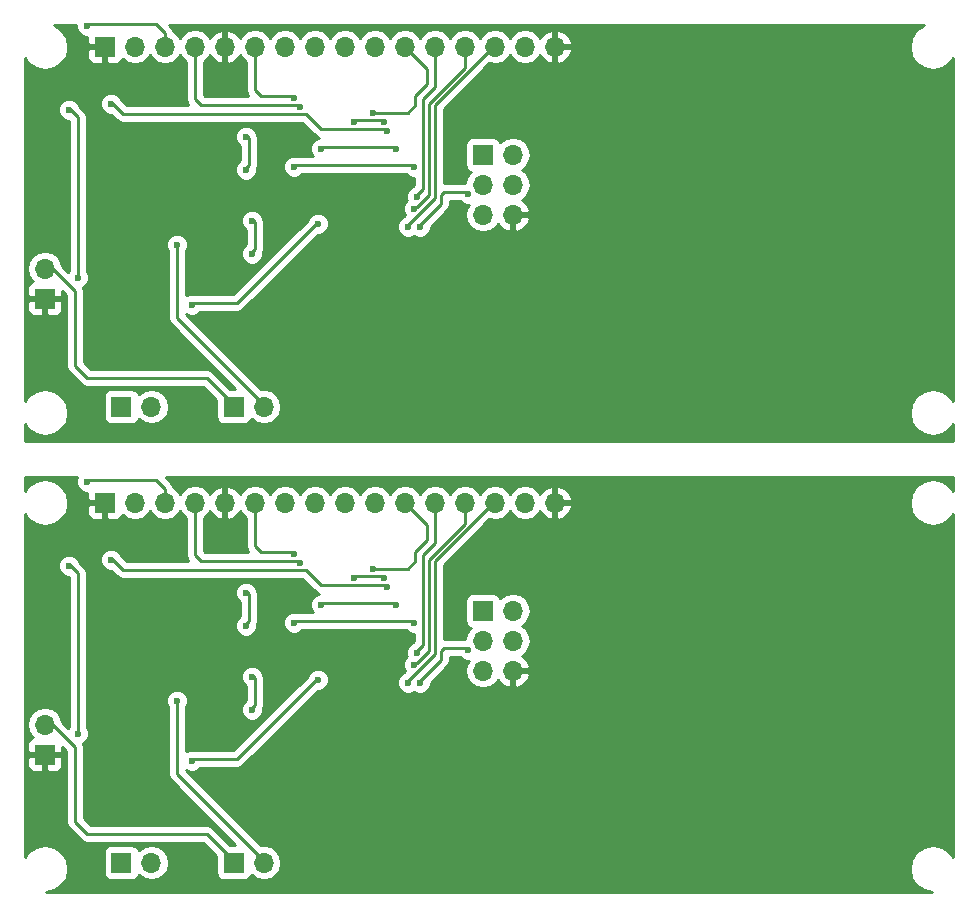
<source format=gbr>
G04 #@! TF.FileFunction,Copper,L2,Bot,Signal*
%FSLAX46Y46*%
G04 Gerber Fmt 4.6, Leading zero omitted, Abs format (unit mm)*
G04 Created by KiCad (PCBNEW 4.0.6) date 09/30/17 10:47:32*
%MOMM*%
%LPD*%
G01*
G04 APERTURE LIST*
%ADD10C,0.100000*%
%ADD11R,1.700000X1.700000*%
%ADD12O,1.700000X1.700000*%
%ADD13C,0.600000*%
%ADD14C,0.250000*%
%ADD15C,0.254000*%
G04 APERTURE END LIST*
D10*
D11*
X135382000Y-107442000D03*
D12*
X137922000Y-107442000D03*
X135382000Y-109982000D03*
X137922000Y-109982000D03*
X135382000Y-112522000D03*
X137922000Y-112522000D03*
D11*
X103378000Y-98298000D03*
D12*
X105918000Y-98298000D03*
X108458000Y-98298000D03*
X110998000Y-98298000D03*
X113538000Y-98298000D03*
X116078000Y-98298000D03*
X118618000Y-98298000D03*
X121158000Y-98298000D03*
X123698000Y-98298000D03*
X126238000Y-98298000D03*
X128778000Y-98298000D03*
X131318000Y-98298000D03*
X133858000Y-98298000D03*
X136398000Y-98298000D03*
X138938000Y-98298000D03*
X141478000Y-98298000D03*
D11*
X98298000Y-119634000D03*
D12*
X98298000Y-117094000D03*
D11*
X114300000Y-128778000D03*
D12*
X116840000Y-128778000D03*
D11*
X104775000Y-128778000D03*
D12*
X107315000Y-128778000D03*
D11*
X104775000Y-90170000D03*
D12*
X107315000Y-90170000D03*
D11*
X114300000Y-90170000D03*
D12*
X116840000Y-90170000D03*
D11*
X98298000Y-81026000D03*
D12*
X98298000Y-78486000D03*
D11*
X103378000Y-59690000D03*
D12*
X105918000Y-59690000D03*
X108458000Y-59690000D03*
X110998000Y-59690000D03*
X113538000Y-59690000D03*
X116078000Y-59690000D03*
X118618000Y-59690000D03*
X121158000Y-59690000D03*
X123698000Y-59690000D03*
X126238000Y-59690000D03*
X128778000Y-59690000D03*
X131318000Y-59690000D03*
X133858000Y-59690000D03*
X136398000Y-59690000D03*
X138938000Y-59690000D03*
X141478000Y-59690000D03*
D11*
X135382000Y-68834000D03*
D12*
X137922000Y-68834000D03*
X135382000Y-71374000D03*
X137922000Y-71374000D03*
X135382000Y-73914000D03*
X137922000Y-73914000D03*
D13*
X115316000Y-108712000D03*
X115316000Y-105918000D03*
X115824000Y-115824000D03*
X115824000Y-113030000D03*
X115824000Y-74422000D03*
X115824000Y-77216000D03*
X115316000Y-67310000D03*
X115316000Y-70104000D03*
X100330000Y-103632000D03*
X101092000Y-117856000D03*
X127254000Y-105410000D03*
X103886000Y-103124000D03*
X103886000Y-64516000D03*
X127254000Y-66802000D03*
X101092000Y-79248000D03*
X100330000Y-65024000D03*
X101854000Y-96520000D03*
X101854000Y-57912000D03*
X126111000Y-103886000D03*
X126111000Y-65278000D03*
X129794000Y-110998000D03*
X129794000Y-72390000D03*
X129540000Y-112014000D03*
X129540000Y-73406000D03*
X129032000Y-113538000D03*
X129032000Y-74930000D03*
X121412000Y-113284000D03*
X110744000Y-120142000D03*
X110744000Y-81534000D03*
X121412000Y-74676000D03*
X109474000Y-115062000D03*
X109474000Y-76454000D03*
X128016000Y-106934000D03*
X121666000Y-106934000D03*
X119888000Y-103378000D03*
X119888000Y-64770000D03*
X121666000Y-68326000D03*
X128016000Y-68326000D03*
X129540000Y-108458000D03*
X119380000Y-108458000D03*
X119380000Y-69850000D03*
X129540000Y-69850000D03*
X124460000Y-104648000D03*
X127000000Y-104648000D03*
X119380000Y-102616000D03*
X119380000Y-64008000D03*
X127000000Y-66040000D03*
X124460000Y-66040000D03*
X134112000Y-110744000D03*
X130048000Y-113538000D03*
X130048000Y-74930000D03*
X134112000Y-72136000D03*
D14*
X115316000Y-108585000D02*
X115570000Y-108331000D01*
X115570000Y-108331000D02*
X115570000Y-106045000D01*
X115570000Y-106045000D02*
X115316000Y-105791000D01*
X115824000Y-115697000D02*
X116078000Y-115443000D01*
X116078000Y-115443000D02*
X116078000Y-113157000D01*
X116078000Y-113157000D02*
X115824000Y-112903000D01*
X116078000Y-74549000D02*
X115824000Y-74295000D01*
X116078000Y-76835000D02*
X116078000Y-74549000D01*
X115824000Y-77089000D02*
X116078000Y-76835000D01*
X115570000Y-67437000D02*
X115316000Y-67183000D01*
X115570000Y-69723000D02*
X115570000Y-67437000D01*
X115316000Y-69977000D02*
X115570000Y-69723000D01*
X100330000Y-103505000D02*
X101092000Y-104267000D01*
X101092000Y-104267000D02*
X101092000Y-117729000D01*
X104902000Y-104013000D02*
X120396000Y-104013000D01*
X120396000Y-104013000D02*
X121666000Y-105283000D01*
X127254000Y-105283000D02*
X121666000Y-105283000D01*
X104902000Y-104013000D02*
X103886000Y-102997000D01*
X104902000Y-65405000D02*
X103886000Y-64389000D01*
X127254000Y-66675000D02*
X121666000Y-66675000D01*
X120396000Y-65405000D02*
X121666000Y-66675000D01*
X104902000Y-65405000D02*
X120396000Y-65405000D01*
X101092000Y-65659000D02*
X101092000Y-79121000D01*
X100330000Y-64897000D02*
X101092000Y-65659000D01*
X108458000Y-97155000D02*
X107696000Y-96393000D01*
X107696000Y-96393000D02*
X101854000Y-96393000D01*
X108458000Y-98171000D02*
X108458000Y-97155000D01*
X108458000Y-59563000D02*
X108458000Y-58547000D01*
X107696000Y-57785000D02*
X101854000Y-57785000D01*
X108458000Y-58547000D02*
X107696000Y-57785000D01*
X130683000Y-100203000D02*
X130683000Y-101473000D01*
X130683000Y-101473000D02*
X129667000Y-102489000D01*
X129667000Y-102489000D02*
X129667000Y-103251000D01*
X129667000Y-103251000D02*
X129032000Y-103886000D01*
X129032000Y-103886000D02*
X126111000Y-103886000D01*
X128778000Y-98298000D02*
X130683000Y-100203000D01*
X128778000Y-59690000D02*
X130683000Y-61595000D01*
X129032000Y-65278000D02*
X126111000Y-65278000D01*
X129667000Y-64643000D02*
X129032000Y-65278000D01*
X129667000Y-63881000D02*
X129667000Y-64643000D01*
X130683000Y-62865000D02*
X129667000Y-63881000D01*
X130683000Y-61595000D02*
X130683000Y-62865000D01*
X130302000Y-109855000D02*
X130302000Y-102743000D01*
X130302000Y-102743000D02*
X131318000Y-101727000D01*
X131318000Y-101727000D02*
X131318000Y-98171000D01*
X130302000Y-110363000D02*
X129794000Y-110871000D01*
X130302000Y-109855000D02*
X130302000Y-110363000D01*
X130302000Y-71247000D02*
X130302000Y-71755000D01*
X130302000Y-71755000D02*
X129794000Y-72263000D01*
X131318000Y-63119000D02*
X131318000Y-59563000D01*
X130302000Y-64135000D02*
X131318000Y-63119000D01*
X130302000Y-71247000D02*
X130302000Y-64135000D01*
X133858000Y-100074602D02*
X130810000Y-103122602D01*
X130810000Y-103122602D02*
X130810000Y-110871000D01*
X130810000Y-110871000D02*
X129794000Y-111887000D01*
X129794000Y-111887000D02*
X129540000Y-111887000D01*
X133858000Y-98171000D02*
X133858000Y-100074602D01*
X133858000Y-59563000D02*
X133858000Y-61466602D01*
X129794000Y-73279000D02*
X129540000Y-73279000D01*
X130810000Y-72263000D02*
X129794000Y-73279000D01*
X130810000Y-64514602D02*
X130810000Y-72263000D01*
X133858000Y-61466602D02*
X130810000Y-64514602D01*
X131318000Y-103251000D02*
X131318000Y-111125000D01*
X131318000Y-111125000D02*
X129032000Y-113411000D01*
X136398000Y-98171000D02*
X131318000Y-103251000D01*
X136398000Y-59563000D02*
X131318000Y-64643000D01*
X131318000Y-72517000D02*
X129032000Y-74803000D01*
X131318000Y-64643000D02*
X131318000Y-72517000D01*
X112014000Y-126365000D02*
X114300000Y-128651000D01*
X101854000Y-126365000D02*
X112014000Y-126365000D01*
X100838000Y-125349000D02*
X101854000Y-126365000D01*
X100838000Y-118999000D02*
X100838000Y-125349000D01*
X98806000Y-116967000D02*
X100838000Y-118999000D01*
X98298000Y-116967000D02*
X98806000Y-116967000D01*
X98298000Y-78359000D02*
X98806000Y-78359000D01*
X98806000Y-78359000D02*
X100838000Y-80391000D01*
X100838000Y-80391000D02*
X100838000Y-86741000D01*
X100838000Y-86741000D02*
X101854000Y-87757000D01*
X101854000Y-87757000D02*
X112014000Y-87757000D01*
X112014000Y-87757000D02*
X114300000Y-90043000D01*
X121412000Y-113157000D02*
X114554000Y-120015000D01*
X114554000Y-120015000D02*
X110744000Y-120015000D01*
X114554000Y-81407000D02*
X110744000Y-81407000D01*
X121412000Y-74549000D02*
X114554000Y-81407000D01*
X109474000Y-114935000D02*
X109474000Y-121285000D01*
X109474000Y-121285000D02*
X116840000Y-128651000D01*
X109474000Y-82677000D02*
X116840000Y-90043000D01*
X109474000Y-76327000D02*
X109474000Y-82677000D01*
X110998000Y-101219000D02*
X110998000Y-98171000D01*
X128016000Y-106807000D02*
X121666000Y-106807000D01*
X119888000Y-103251000D02*
X111506000Y-103251000D01*
X111506000Y-103251000D02*
X110998000Y-102743000D01*
X110998000Y-102743000D02*
X110998000Y-101219000D01*
X110998000Y-64135000D02*
X110998000Y-62611000D01*
X111506000Y-64643000D02*
X110998000Y-64135000D01*
X119888000Y-64643000D02*
X111506000Y-64643000D01*
X128016000Y-68199000D02*
X121666000Y-68199000D01*
X110998000Y-62611000D02*
X110998000Y-59563000D01*
X129540000Y-108331000D02*
X119380000Y-108331000D01*
X129540000Y-69723000D02*
X119380000Y-69723000D01*
X116078000Y-100711000D02*
X116078000Y-98171000D01*
X127000000Y-104521000D02*
X124460000Y-104521000D01*
X119380000Y-102489000D02*
X116586000Y-102489000D01*
X116586000Y-102489000D02*
X116332000Y-102235000D01*
X116332000Y-102235000D02*
X116078000Y-101981000D01*
X116078000Y-101981000D02*
X116078000Y-100711000D01*
X116078000Y-63373000D02*
X116078000Y-62103000D01*
X116332000Y-63627000D02*
X116078000Y-63373000D01*
X116586000Y-63881000D02*
X116332000Y-63627000D01*
X119380000Y-63881000D02*
X116586000Y-63881000D01*
X127000000Y-65913000D02*
X124460000Y-65913000D01*
X116078000Y-62103000D02*
X116078000Y-59563000D01*
X134112000Y-110617000D02*
X132080000Y-110617000D01*
X132080000Y-110617000D02*
X131826000Y-110871000D01*
X131826000Y-110871000D02*
X131826000Y-111633000D01*
X131826000Y-111633000D02*
X130048000Y-113411000D01*
X131826000Y-73025000D02*
X130048000Y-74803000D01*
X131826000Y-72263000D02*
X131826000Y-73025000D01*
X132080000Y-72009000D02*
X131826000Y-72263000D01*
X134112000Y-72009000D02*
X132080000Y-72009000D01*
D15*
G36*
X100918838Y-58097167D02*
X101060883Y-58440943D01*
X101323673Y-58704192D01*
X101667201Y-58846838D01*
X101893000Y-58847035D01*
X101893000Y-59404250D01*
X102051750Y-59563000D01*
X103251000Y-59563000D01*
X103251000Y-59543000D01*
X103505000Y-59543000D01*
X103505000Y-59563000D01*
X103525000Y-59563000D01*
X103525000Y-59817000D01*
X103505000Y-59817000D01*
X103505000Y-61016250D01*
X103663750Y-61175000D01*
X104354310Y-61175000D01*
X104587699Y-61078327D01*
X104766327Y-60899698D01*
X104838597Y-60725223D01*
X104867946Y-60769147D01*
X105349715Y-61091054D01*
X105918000Y-61204093D01*
X106486285Y-61091054D01*
X106968054Y-60769147D01*
X107188000Y-60439974D01*
X107407946Y-60769147D01*
X107889715Y-61091054D01*
X108458000Y-61204093D01*
X109026285Y-61091054D01*
X109508054Y-60769147D01*
X109728000Y-60439974D01*
X109947946Y-60769147D01*
X110238000Y-60962954D01*
X110238000Y-64135000D01*
X110295852Y-64425839D01*
X110442290Y-64645000D01*
X105216802Y-64645000D01*
X104763794Y-64191992D01*
X104679117Y-63987057D01*
X104416327Y-63723808D01*
X104072799Y-63581162D01*
X103700833Y-63580838D01*
X103357057Y-63722883D01*
X103093808Y-63985673D01*
X102951162Y-64329201D01*
X102950838Y-64701167D01*
X103092883Y-65044943D01*
X103355673Y-65308192D01*
X103699201Y-65450838D01*
X103873188Y-65450990D01*
X104364599Y-65942401D01*
X104611161Y-66107148D01*
X104902000Y-66165000D01*
X120081198Y-66165000D01*
X121128599Y-67212401D01*
X121375160Y-67377148D01*
X121468858Y-67395786D01*
X121137057Y-67532883D01*
X120873808Y-67795673D01*
X120731162Y-68139201D01*
X120730838Y-68511167D01*
X120872883Y-68854943D01*
X120980752Y-68963000D01*
X119682005Y-68963000D01*
X119566799Y-68915162D01*
X119194833Y-68914838D01*
X118851057Y-69056883D01*
X118587808Y-69319673D01*
X118445162Y-69663201D01*
X118444838Y-70035167D01*
X118586883Y-70378943D01*
X118849673Y-70642192D01*
X119193201Y-70784838D01*
X119565167Y-70785162D01*
X119908943Y-70643117D01*
X120069340Y-70483000D01*
X128850759Y-70483000D01*
X129009673Y-70642192D01*
X129353201Y-70784838D01*
X129542000Y-70785002D01*
X129542000Y-71440198D01*
X129469992Y-71512206D01*
X129265057Y-71596883D01*
X129001808Y-71859673D01*
X128859162Y-72203201D01*
X128858838Y-72575167D01*
X128914322Y-72709449D01*
X128747808Y-72875673D01*
X128605162Y-73219201D01*
X128604838Y-73591167D01*
X128746883Y-73934943D01*
X128786035Y-73974163D01*
X128707992Y-74052206D01*
X128503057Y-74136883D01*
X128239808Y-74399673D01*
X128097162Y-74743201D01*
X128096838Y-75115167D01*
X128238883Y-75458943D01*
X128501673Y-75722192D01*
X128845201Y-75864838D01*
X129217167Y-75865162D01*
X129540371Y-75731617D01*
X129861201Y-75864838D01*
X130233167Y-75865162D01*
X130576943Y-75723117D01*
X130840192Y-75460327D01*
X130982838Y-75116799D01*
X130982990Y-74942812D01*
X132363401Y-73562401D01*
X132528148Y-73315839D01*
X132586000Y-73025000D01*
X132586000Y-72769000D01*
X133422759Y-72769000D01*
X133581673Y-72928192D01*
X133925201Y-73070838D01*
X134164473Y-73071046D01*
X133980946Y-73345715D01*
X133867907Y-73914000D01*
X133980946Y-74482285D01*
X134302853Y-74964054D01*
X134784622Y-75285961D01*
X135352907Y-75399000D01*
X135411093Y-75399000D01*
X135979378Y-75285961D01*
X136461147Y-74964054D01*
X136650345Y-74680899D01*
X136650355Y-74680924D01*
X137040642Y-75109183D01*
X137565108Y-75355486D01*
X137795000Y-75234819D01*
X137795000Y-74041000D01*
X138049000Y-74041000D01*
X138049000Y-75234819D01*
X138278892Y-75355486D01*
X138803358Y-75109183D01*
X139193645Y-74680924D01*
X139363476Y-74270890D01*
X139242155Y-74041000D01*
X138049000Y-74041000D01*
X137795000Y-74041000D01*
X137775000Y-74041000D01*
X137775000Y-73787000D01*
X137795000Y-73787000D01*
X137795000Y-73767000D01*
X138049000Y-73767000D01*
X138049000Y-73787000D01*
X139242155Y-73787000D01*
X139363476Y-73557110D01*
X139193645Y-73147076D01*
X138803358Y-72718817D01*
X138660447Y-72651702D01*
X139001147Y-72424054D01*
X139323054Y-71942285D01*
X139436093Y-71374000D01*
X139323054Y-70805715D01*
X139001147Y-70323946D01*
X138671974Y-70104000D01*
X139001147Y-69884054D01*
X139323054Y-69402285D01*
X139436093Y-68834000D01*
X139323054Y-68265715D01*
X139001147Y-67783946D01*
X138519378Y-67462039D01*
X137951093Y-67349000D01*
X137892907Y-67349000D01*
X137324622Y-67462039D01*
X136842853Y-67783946D01*
X136842029Y-67785179D01*
X136835162Y-67748683D01*
X136696090Y-67532559D01*
X136483890Y-67387569D01*
X136232000Y-67336560D01*
X134532000Y-67336560D01*
X134296683Y-67380838D01*
X134080559Y-67519910D01*
X133935569Y-67732110D01*
X133884560Y-67984000D01*
X133884560Y-69684000D01*
X133928838Y-69919317D01*
X134067910Y-70135441D01*
X134280110Y-70280431D01*
X134347541Y-70294086D01*
X134302853Y-70323946D01*
X133980946Y-70805715D01*
X133900159Y-71211860D01*
X133810272Y-71249000D01*
X132080000Y-71249000D01*
X132078000Y-71249398D01*
X132078000Y-64957802D01*
X135925663Y-61110139D01*
X136398000Y-61204093D01*
X136966285Y-61091054D01*
X137448054Y-60769147D01*
X137668000Y-60439974D01*
X137887946Y-60769147D01*
X138369715Y-61091054D01*
X138938000Y-61204093D01*
X139506285Y-61091054D01*
X139988054Y-60769147D01*
X140215702Y-60428447D01*
X140282817Y-60571358D01*
X140711076Y-60961645D01*
X141121110Y-61131476D01*
X141351000Y-61010155D01*
X141351000Y-59817000D01*
X141605000Y-59817000D01*
X141605000Y-61010155D01*
X141834890Y-61131476D01*
X142244924Y-60961645D01*
X142673183Y-60571358D01*
X142919486Y-60046892D01*
X142798819Y-59817000D01*
X141605000Y-59817000D01*
X141351000Y-59817000D01*
X141331000Y-59817000D01*
X141331000Y-59563000D01*
X141351000Y-59563000D01*
X141351000Y-58369845D01*
X141605000Y-58369845D01*
X141605000Y-59563000D01*
X142798819Y-59563000D01*
X142919486Y-59333108D01*
X142673183Y-58808642D01*
X142244924Y-58418355D01*
X141834890Y-58248524D01*
X141605000Y-58369845D01*
X141351000Y-58369845D01*
X141121110Y-58248524D01*
X140711076Y-58418355D01*
X140282817Y-58808642D01*
X140215702Y-58951553D01*
X139988054Y-58610853D01*
X139506285Y-58288946D01*
X138938000Y-58175907D01*
X138369715Y-58288946D01*
X137887946Y-58610853D01*
X137668000Y-58940026D01*
X137448054Y-58610853D01*
X136966285Y-58288946D01*
X136398000Y-58175907D01*
X135829715Y-58288946D01*
X135347946Y-58610853D01*
X135128000Y-58940026D01*
X134908054Y-58610853D01*
X134426285Y-58288946D01*
X133858000Y-58175907D01*
X133289715Y-58288946D01*
X132807946Y-58610853D01*
X132588000Y-58940026D01*
X132368054Y-58610853D01*
X131886285Y-58288946D01*
X131318000Y-58175907D01*
X130749715Y-58288946D01*
X130267946Y-58610853D01*
X130048000Y-58940026D01*
X129828054Y-58610853D01*
X129346285Y-58288946D01*
X128778000Y-58175907D01*
X128209715Y-58288946D01*
X127727946Y-58610853D01*
X127508000Y-58940026D01*
X127288054Y-58610853D01*
X126806285Y-58288946D01*
X126238000Y-58175907D01*
X125669715Y-58288946D01*
X125187946Y-58610853D01*
X124968000Y-58940026D01*
X124748054Y-58610853D01*
X124266285Y-58288946D01*
X123698000Y-58175907D01*
X123129715Y-58288946D01*
X122647946Y-58610853D01*
X122428000Y-58940026D01*
X122208054Y-58610853D01*
X121726285Y-58288946D01*
X121158000Y-58175907D01*
X120589715Y-58288946D01*
X120107946Y-58610853D01*
X119888000Y-58940026D01*
X119668054Y-58610853D01*
X119186285Y-58288946D01*
X118618000Y-58175907D01*
X118049715Y-58288946D01*
X117567946Y-58610853D01*
X117348000Y-58940026D01*
X117128054Y-58610853D01*
X116646285Y-58288946D01*
X116078000Y-58175907D01*
X115509715Y-58288946D01*
X115027946Y-58610853D01*
X114800298Y-58951553D01*
X114733183Y-58808642D01*
X114304924Y-58418355D01*
X113894890Y-58248524D01*
X113665000Y-58369845D01*
X113665000Y-59563000D01*
X113685000Y-59563000D01*
X113685000Y-59817000D01*
X113665000Y-59817000D01*
X113665000Y-61010155D01*
X113894890Y-61131476D01*
X114304924Y-60961645D01*
X114733183Y-60571358D01*
X114800298Y-60428447D01*
X115027946Y-60769147D01*
X115318000Y-60962954D01*
X115318000Y-63373000D01*
X115375852Y-63663839D01*
X115522290Y-63883000D01*
X111820802Y-63883000D01*
X111758000Y-63820198D01*
X111758000Y-60962954D01*
X112048054Y-60769147D01*
X112275702Y-60428447D01*
X112342817Y-60571358D01*
X112771076Y-60961645D01*
X113181110Y-61131476D01*
X113411000Y-61010155D01*
X113411000Y-59817000D01*
X113391000Y-59817000D01*
X113391000Y-59563000D01*
X113411000Y-59563000D01*
X113411000Y-58369845D01*
X113181110Y-58248524D01*
X112771076Y-58418355D01*
X112342817Y-58808642D01*
X112275702Y-58951553D01*
X112048054Y-58610853D01*
X111566285Y-58288946D01*
X110998000Y-58175907D01*
X110429715Y-58288946D01*
X109947946Y-58610853D01*
X109728000Y-58940026D01*
X109508054Y-58610853D01*
X109188188Y-58397126D01*
X109160148Y-58256161D01*
X108995401Y-58009599D01*
X108845802Y-57860000D01*
X172727902Y-57860000D01*
X172724287Y-57860719D01*
X172081929Y-58289929D01*
X171652719Y-58932287D01*
X171502000Y-59690000D01*
X171652719Y-60447713D01*
X172081929Y-61090071D01*
X172724287Y-61519281D01*
X173482000Y-61670000D01*
X174239713Y-61519281D01*
X174882071Y-61090071D01*
X175185000Y-60636706D01*
X175185000Y-89731294D01*
X174882071Y-89277929D01*
X174239713Y-88848719D01*
X173482000Y-88698000D01*
X172724287Y-88848719D01*
X172081929Y-89277929D01*
X171652719Y-89920287D01*
X171502000Y-90678000D01*
X171652719Y-91435713D01*
X172081929Y-92078071D01*
X172724287Y-92507281D01*
X173482000Y-92658000D01*
X174239713Y-92507281D01*
X174882071Y-92078071D01*
X175185000Y-91624706D01*
X175185000Y-93091000D01*
X96595000Y-93091000D01*
X96595000Y-91624706D01*
X96897929Y-92078071D01*
X97540287Y-92507281D01*
X98298000Y-92658000D01*
X99055713Y-92507281D01*
X99698071Y-92078071D01*
X100127281Y-91435713D01*
X100278000Y-90678000D01*
X100127281Y-89920287D01*
X99726182Y-89320000D01*
X103277560Y-89320000D01*
X103277560Y-91020000D01*
X103321838Y-91255317D01*
X103460910Y-91471441D01*
X103673110Y-91616431D01*
X103925000Y-91667440D01*
X105625000Y-91667440D01*
X105860317Y-91623162D01*
X106076441Y-91484090D01*
X106221431Y-91271890D01*
X106235086Y-91204459D01*
X106264946Y-91249147D01*
X106746715Y-91571054D01*
X107315000Y-91684093D01*
X107883285Y-91571054D01*
X108365054Y-91249147D01*
X108686961Y-90767378D01*
X108800000Y-90199093D01*
X108800000Y-90140907D01*
X108686961Y-89572622D01*
X108365054Y-89090853D01*
X107883285Y-88768946D01*
X107315000Y-88655907D01*
X106746715Y-88768946D01*
X106264946Y-89090853D01*
X106237150Y-89132452D01*
X106228162Y-89084683D01*
X106089090Y-88868559D01*
X105876890Y-88723569D01*
X105625000Y-88672560D01*
X103925000Y-88672560D01*
X103689683Y-88716838D01*
X103473559Y-88855910D01*
X103328569Y-89068110D01*
X103277560Y-89320000D01*
X99726182Y-89320000D01*
X99698071Y-89277929D01*
X99055713Y-88848719D01*
X98298000Y-88698000D01*
X97540287Y-88848719D01*
X96897929Y-89277929D01*
X96595000Y-89731294D01*
X96595000Y-81311750D01*
X96813000Y-81311750D01*
X96813000Y-82002310D01*
X96909673Y-82235699D01*
X97088302Y-82414327D01*
X97321691Y-82511000D01*
X98012250Y-82511000D01*
X98171000Y-82352250D01*
X98171000Y-81153000D01*
X98425000Y-81153000D01*
X98425000Y-82352250D01*
X98583750Y-82511000D01*
X99274309Y-82511000D01*
X99507698Y-82414327D01*
X99686327Y-82235699D01*
X99783000Y-82002310D01*
X99783000Y-81311750D01*
X99624250Y-81153000D01*
X98425000Y-81153000D01*
X98171000Y-81153000D01*
X96971750Y-81153000D01*
X96813000Y-81311750D01*
X96595000Y-81311750D01*
X96595000Y-78486000D01*
X96783907Y-78486000D01*
X96896946Y-79054285D01*
X97218853Y-79536054D01*
X97262777Y-79565403D01*
X97088302Y-79637673D01*
X96909673Y-79816301D01*
X96813000Y-80049690D01*
X96813000Y-80740250D01*
X96971750Y-80899000D01*
X98171000Y-80899000D01*
X98171000Y-80879000D01*
X98425000Y-80879000D01*
X98425000Y-80899000D01*
X99624250Y-80899000D01*
X99783000Y-80740250D01*
X99783000Y-80410802D01*
X100078000Y-80705802D01*
X100078000Y-86741000D01*
X100135852Y-87031839D01*
X100300599Y-87278401D01*
X101316599Y-88294401D01*
X101563161Y-88459148D01*
X101854000Y-88517000D01*
X111699198Y-88517000D01*
X112802560Y-89620362D01*
X112802560Y-91020000D01*
X112846838Y-91255317D01*
X112985910Y-91471441D01*
X113198110Y-91616431D01*
X113450000Y-91667440D01*
X115150000Y-91667440D01*
X115385317Y-91623162D01*
X115601441Y-91484090D01*
X115746431Y-91271890D01*
X115760086Y-91204459D01*
X115789946Y-91249147D01*
X116271715Y-91571054D01*
X116840000Y-91684093D01*
X117408285Y-91571054D01*
X117890054Y-91249147D01*
X118211961Y-90767378D01*
X118325000Y-90199093D01*
X118325000Y-90140907D01*
X118211961Y-89572622D01*
X117890054Y-89090853D01*
X117408285Y-88768946D01*
X116840000Y-88655907D01*
X116579521Y-88707719D01*
X110234000Y-82362198D01*
X110234000Y-82334633D01*
X110557201Y-82468838D01*
X110929167Y-82469162D01*
X111272943Y-82327117D01*
X111433340Y-82167000D01*
X114554000Y-82167000D01*
X114844839Y-82109148D01*
X115091401Y-81944401D01*
X121424790Y-75611012D01*
X121597167Y-75611162D01*
X121940943Y-75469117D01*
X122204192Y-75206327D01*
X122346838Y-74862799D01*
X122347162Y-74490833D01*
X122205117Y-74147057D01*
X121942327Y-73883808D01*
X121598799Y-73741162D01*
X121226833Y-73740838D01*
X120883057Y-73882883D01*
X120619808Y-74145673D01*
X120534087Y-74352111D01*
X114239198Y-80647000D01*
X111046005Y-80647000D01*
X110930799Y-80599162D01*
X110558833Y-80598838D01*
X110234000Y-80733056D01*
X110234000Y-77016463D01*
X110266192Y-76984327D01*
X110408838Y-76640799D01*
X110409162Y-76268833D01*
X110267117Y-75925057D01*
X110004327Y-75661808D01*
X109660799Y-75519162D01*
X109288833Y-75518838D01*
X108945057Y-75660883D01*
X108681808Y-75923673D01*
X108539162Y-76267201D01*
X108538838Y-76639167D01*
X108680883Y-76982943D01*
X108714000Y-77016118D01*
X108714000Y-82677000D01*
X108771852Y-82967839D01*
X108936599Y-83214401D01*
X114394758Y-88672560D01*
X114004362Y-88672560D01*
X112551401Y-87219599D01*
X112304839Y-87054852D01*
X112014000Y-86997000D01*
X102168802Y-86997000D01*
X101598000Y-86426198D01*
X101598000Y-80391000D01*
X101540148Y-80100161D01*
X101526712Y-80080052D01*
X101620943Y-80041117D01*
X101884192Y-79778327D01*
X102026838Y-79434799D01*
X102027162Y-79062833D01*
X101885117Y-78719057D01*
X101852000Y-78685882D01*
X101852000Y-74607167D01*
X114888838Y-74607167D01*
X115030883Y-74950943D01*
X115293673Y-75214192D01*
X115318000Y-75224294D01*
X115318000Y-76413403D01*
X115295057Y-76422883D01*
X115031808Y-76685673D01*
X114889162Y-77029201D01*
X114888838Y-77401167D01*
X115030883Y-77744943D01*
X115293673Y-78008192D01*
X115637201Y-78150838D01*
X116009167Y-78151162D01*
X116352943Y-78009117D01*
X116616192Y-77746327D01*
X116758838Y-77402799D01*
X116759052Y-77157413D01*
X116780148Y-77125840D01*
X116838000Y-76835000D01*
X116838000Y-74549000D01*
X116780148Y-74258161D01*
X116780148Y-74258160D01*
X116748247Y-74210417D01*
X116617117Y-73893057D01*
X116354327Y-73629808D01*
X116010799Y-73487162D01*
X115638833Y-73486838D01*
X115295057Y-73628883D01*
X115031808Y-73891673D01*
X114889162Y-74235201D01*
X114888838Y-74607167D01*
X101852000Y-74607167D01*
X101852000Y-67495167D01*
X114380838Y-67495167D01*
X114522883Y-67838943D01*
X114785673Y-68102192D01*
X114810000Y-68112294D01*
X114810000Y-69301403D01*
X114787057Y-69310883D01*
X114523808Y-69573673D01*
X114381162Y-69917201D01*
X114380838Y-70289167D01*
X114522883Y-70632943D01*
X114785673Y-70896192D01*
X115129201Y-71038838D01*
X115501167Y-71039162D01*
X115844943Y-70897117D01*
X116108192Y-70634327D01*
X116250838Y-70290799D01*
X116251052Y-70045413D01*
X116272148Y-70013840D01*
X116330000Y-69723000D01*
X116330000Y-67437000D01*
X116320818Y-67390838D01*
X116272148Y-67146160D01*
X116240247Y-67098417D01*
X116109117Y-66781057D01*
X115846327Y-66517808D01*
X115502799Y-66375162D01*
X115130833Y-66374838D01*
X114787057Y-66516883D01*
X114523808Y-66779673D01*
X114381162Y-67123201D01*
X114380838Y-67495167D01*
X101852000Y-67495167D01*
X101852000Y-65659000D01*
X101794148Y-65368161D01*
X101629401Y-65121599D01*
X101207794Y-64699992D01*
X101123117Y-64495057D01*
X100860327Y-64231808D01*
X100516799Y-64089162D01*
X100144833Y-64088838D01*
X99801057Y-64230883D01*
X99537808Y-64493673D01*
X99395162Y-64837201D01*
X99394838Y-65209167D01*
X99536883Y-65552943D01*
X99799673Y-65816192D01*
X100143201Y-65958838D01*
X100317188Y-65958990D01*
X100332000Y-65973802D01*
X100332000Y-78685537D01*
X100299808Y-78717673D01*
X100282106Y-78760304D01*
X99763498Y-78241696D01*
X99699054Y-77917715D01*
X99377147Y-77435946D01*
X98895378Y-77114039D01*
X98327093Y-77001000D01*
X98268907Y-77001000D01*
X97700622Y-77114039D01*
X97218853Y-77435946D01*
X96896946Y-77917715D01*
X96783907Y-78486000D01*
X96595000Y-78486000D01*
X96595000Y-60636706D01*
X96897929Y-61090071D01*
X97540287Y-61519281D01*
X98298000Y-61670000D01*
X99055713Y-61519281D01*
X99698071Y-61090071D01*
X100127281Y-60447713D01*
X100221160Y-59975750D01*
X101893000Y-59975750D01*
X101893000Y-60666309D01*
X101989673Y-60899698D01*
X102168301Y-61078327D01*
X102401690Y-61175000D01*
X103092250Y-61175000D01*
X103251000Y-61016250D01*
X103251000Y-59817000D01*
X102051750Y-59817000D01*
X101893000Y-59975750D01*
X100221160Y-59975750D01*
X100278000Y-59690000D01*
X100127281Y-58932287D01*
X99698071Y-58289929D01*
X99055713Y-57860719D01*
X99052098Y-57860000D01*
X100919045Y-57860000D01*
X100918838Y-58097167D01*
X100918838Y-58097167D01*
G37*
X100918838Y-58097167D02*
X101060883Y-58440943D01*
X101323673Y-58704192D01*
X101667201Y-58846838D01*
X101893000Y-58847035D01*
X101893000Y-59404250D01*
X102051750Y-59563000D01*
X103251000Y-59563000D01*
X103251000Y-59543000D01*
X103505000Y-59543000D01*
X103505000Y-59563000D01*
X103525000Y-59563000D01*
X103525000Y-59817000D01*
X103505000Y-59817000D01*
X103505000Y-61016250D01*
X103663750Y-61175000D01*
X104354310Y-61175000D01*
X104587699Y-61078327D01*
X104766327Y-60899698D01*
X104838597Y-60725223D01*
X104867946Y-60769147D01*
X105349715Y-61091054D01*
X105918000Y-61204093D01*
X106486285Y-61091054D01*
X106968054Y-60769147D01*
X107188000Y-60439974D01*
X107407946Y-60769147D01*
X107889715Y-61091054D01*
X108458000Y-61204093D01*
X109026285Y-61091054D01*
X109508054Y-60769147D01*
X109728000Y-60439974D01*
X109947946Y-60769147D01*
X110238000Y-60962954D01*
X110238000Y-64135000D01*
X110295852Y-64425839D01*
X110442290Y-64645000D01*
X105216802Y-64645000D01*
X104763794Y-64191992D01*
X104679117Y-63987057D01*
X104416327Y-63723808D01*
X104072799Y-63581162D01*
X103700833Y-63580838D01*
X103357057Y-63722883D01*
X103093808Y-63985673D01*
X102951162Y-64329201D01*
X102950838Y-64701167D01*
X103092883Y-65044943D01*
X103355673Y-65308192D01*
X103699201Y-65450838D01*
X103873188Y-65450990D01*
X104364599Y-65942401D01*
X104611161Y-66107148D01*
X104902000Y-66165000D01*
X120081198Y-66165000D01*
X121128599Y-67212401D01*
X121375160Y-67377148D01*
X121468858Y-67395786D01*
X121137057Y-67532883D01*
X120873808Y-67795673D01*
X120731162Y-68139201D01*
X120730838Y-68511167D01*
X120872883Y-68854943D01*
X120980752Y-68963000D01*
X119682005Y-68963000D01*
X119566799Y-68915162D01*
X119194833Y-68914838D01*
X118851057Y-69056883D01*
X118587808Y-69319673D01*
X118445162Y-69663201D01*
X118444838Y-70035167D01*
X118586883Y-70378943D01*
X118849673Y-70642192D01*
X119193201Y-70784838D01*
X119565167Y-70785162D01*
X119908943Y-70643117D01*
X120069340Y-70483000D01*
X128850759Y-70483000D01*
X129009673Y-70642192D01*
X129353201Y-70784838D01*
X129542000Y-70785002D01*
X129542000Y-71440198D01*
X129469992Y-71512206D01*
X129265057Y-71596883D01*
X129001808Y-71859673D01*
X128859162Y-72203201D01*
X128858838Y-72575167D01*
X128914322Y-72709449D01*
X128747808Y-72875673D01*
X128605162Y-73219201D01*
X128604838Y-73591167D01*
X128746883Y-73934943D01*
X128786035Y-73974163D01*
X128707992Y-74052206D01*
X128503057Y-74136883D01*
X128239808Y-74399673D01*
X128097162Y-74743201D01*
X128096838Y-75115167D01*
X128238883Y-75458943D01*
X128501673Y-75722192D01*
X128845201Y-75864838D01*
X129217167Y-75865162D01*
X129540371Y-75731617D01*
X129861201Y-75864838D01*
X130233167Y-75865162D01*
X130576943Y-75723117D01*
X130840192Y-75460327D01*
X130982838Y-75116799D01*
X130982990Y-74942812D01*
X132363401Y-73562401D01*
X132528148Y-73315839D01*
X132586000Y-73025000D01*
X132586000Y-72769000D01*
X133422759Y-72769000D01*
X133581673Y-72928192D01*
X133925201Y-73070838D01*
X134164473Y-73071046D01*
X133980946Y-73345715D01*
X133867907Y-73914000D01*
X133980946Y-74482285D01*
X134302853Y-74964054D01*
X134784622Y-75285961D01*
X135352907Y-75399000D01*
X135411093Y-75399000D01*
X135979378Y-75285961D01*
X136461147Y-74964054D01*
X136650345Y-74680899D01*
X136650355Y-74680924D01*
X137040642Y-75109183D01*
X137565108Y-75355486D01*
X137795000Y-75234819D01*
X137795000Y-74041000D01*
X138049000Y-74041000D01*
X138049000Y-75234819D01*
X138278892Y-75355486D01*
X138803358Y-75109183D01*
X139193645Y-74680924D01*
X139363476Y-74270890D01*
X139242155Y-74041000D01*
X138049000Y-74041000D01*
X137795000Y-74041000D01*
X137775000Y-74041000D01*
X137775000Y-73787000D01*
X137795000Y-73787000D01*
X137795000Y-73767000D01*
X138049000Y-73767000D01*
X138049000Y-73787000D01*
X139242155Y-73787000D01*
X139363476Y-73557110D01*
X139193645Y-73147076D01*
X138803358Y-72718817D01*
X138660447Y-72651702D01*
X139001147Y-72424054D01*
X139323054Y-71942285D01*
X139436093Y-71374000D01*
X139323054Y-70805715D01*
X139001147Y-70323946D01*
X138671974Y-70104000D01*
X139001147Y-69884054D01*
X139323054Y-69402285D01*
X139436093Y-68834000D01*
X139323054Y-68265715D01*
X139001147Y-67783946D01*
X138519378Y-67462039D01*
X137951093Y-67349000D01*
X137892907Y-67349000D01*
X137324622Y-67462039D01*
X136842853Y-67783946D01*
X136842029Y-67785179D01*
X136835162Y-67748683D01*
X136696090Y-67532559D01*
X136483890Y-67387569D01*
X136232000Y-67336560D01*
X134532000Y-67336560D01*
X134296683Y-67380838D01*
X134080559Y-67519910D01*
X133935569Y-67732110D01*
X133884560Y-67984000D01*
X133884560Y-69684000D01*
X133928838Y-69919317D01*
X134067910Y-70135441D01*
X134280110Y-70280431D01*
X134347541Y-70294086D01*
X134302853Y-70323946D01*
X133980946Y-70805715D01*
X133900159Y-71211860D01*
X133810272Y-71249000D01*
X132080000Y-71249000D01*
X132078000Y-71249398D01*
X132078000Y-64957802D01*
X135925663Y-61110139D01*
X136398000Y-61204093D01*
X136966285Y-61091054D01*
X137448054Y-60769147D01*
X137668000Y-60439974D01*
X137887946Y-60769147D01*
X138369715Y-61091054D01*
X138938000Y-61204093D01*
X139506285Y-61091054D01*
X139988054Y-60769147D01*
X140215702Y-60428447D01*
X140282817Y-60571358D01*
X140711076Y-60961645D01*
X141121110Y-61131476D01*
X141351000Y-61010155D01*
X141351000Y-59817000D01*
X141605000Y-59817000D01*
X141605000Y-61010155D01*
X141834890Y-61131476D01*
X142244924Y-60961645D01*
X142673183Y-60571358D01*
X142919486Y-60046892D01*
X142798819Y-59817000D01*
X141605000Y-59817000D01*
X141351000Y-59817000D01*
X141331000Y-59817000D01*
X141331000Y-59563000D01*
X141351000Y-59563000D01*
X141351000Y-58369845D01*
X141605000Y-58369845D01*
X141605000Y-59563000D01*
X142798819Y-59563000D01*
X142919486Y-59333108D01*
X142673183Y-58808642D01*
X142244924Y-58418355D01*
X141834890Y-58248524D01*
X141605000Y-58369845D01*
X141351000Y-58369845D01*
X141121110Y-58248524D01*
X140711076Y-58418355D01*
X140282817Y-58808642D01*
X140215702Y-58951553D01*
X139988054Y-58610853D01*
X139506285Y-58288946D01*
X138938000Y-58175907D01*
X138369715Y-58288946D01*
X137887946Y-58610853D01*
X137668000Y-58940026D01*
X137448054Y-58610853D01*
X136966285Y-58288946D01*
X136398000Y-58175907D01*
X135829715Y-58288946D01*
X135347946Y-58610853D01*
X135128000Y-58940026D01*
X134908054Y-58610853D01*
X134426285Y-58288946D01*
X133858000Y-58175907D01*
X133289715Y-58288946D01*
X132807946Y-58610853D01*
X132588000Y-58940026D01*
X132368054Y-58610853D01*
X131886285Y-58288946D01*
X131318000Y-58175907D01*
X130749715Y-58288946D01*
X130267946Y-58610853D01*
X130048000Y-58940026D01*
X129828054Y-58610853D01*
X129346285Y-58288946D01*
X128778000Y-58175907D01*
X128209715Y-58288946D01*
X127727946Y-58610853D01*
X127508000Y-58940026D01*
X127288054Y-58610853D01*
X126806285Y-58288946D01*
X126238000Y-58175907D01*
X125669715Y-58288946D01*
X125187946Y-58610853D01*
X124968000Y-58940026D01*
X124748054Y-58610853D01*
X124266285Y-58288946D01*
X123698000Y-58175907D01*
X123129715Y-58288946D01*
X122647946Y-58610853D01*
X122428000Y-58940026D01*
X122208054Y-58610853D01*
X121726285Y-58288946D01*
X121158000Y-58175907D01*
X120589715Y-58288946D01*
X120107946Y-58610853D01*
X119888000Y-58940026D01*
X119668054Y-58610853D01*
X119186285Y-58288946D01*
X118618000Y-58175907D01*
X118049715Y-58288946D01*
X117567946Y-58610853D01*
X117348000Y-58940026D01*
X117128054Y-58610853D01*
X116646285Y-58288946D01*
X116078000Y-58175907D01*
X115509715Y-58288946D01*
X115027946Y-58610853D01*
X114800298Y-58951553D01*
X114733183Y-58808642D01*
X114304924Y-58418355D01*
X113894890Y-58248524D01*
X113665000Y-58369845D01*
X113665000Y-59563000D01*
X113685000Y-59563000D01*
X113685000Y-59817000D01*
X113665000Y-59817000D01*
X113665000Y-61010155D01*
X113894890Y-61131476D01*
X114304924Y-60961645D01*
X114733183Y-60571358D01*
X114800298Y-60428447D01*
X115027946Y-60769147D01*
X115318000Y-60962954D01*
X115318000Y-63373000D01*
X115375852Y-63663839D01*
X115522290Y-63883000D01*
X111820802Y-63883000D01*
X111758000Y-63820198D01*
X111758000Y-60962954D01*
X112048054Y-60769147D01*
X112275702Y-60428447D01*
X112342817Y-60571358D01*
X112771076Y-60961645D01*
X113181110Y-61131476D01*
X113411000Y-61010155D01*
X113411000Y-59817000D01*
X113391000Y-59817000D01*
X113391000Y-59563000D01*
X113411000Y-59563000D01*
X113411000Y-58369845D01*
X113181110Y-58248524D01*
X112771076Y-58418355D01*
X112342817Y-58808642D01*
X112275702Y-58951553D01*
X112048054Y-58610853D01*
X111566285Y-58288946D01*
X110998000Y-58175907D01*
X110429715Y-58288946D01*
X109947946Y-58610853D01*
X109728000Y-58940026D01*
X109508054Y-58610853D01*
X109188188Y-58397126D01*
X109160148Y-58256161D01*
X108995401Y-58009599D01*
X108845802Y-57860000D01*
X172727902Y-57860000D01*
X172724287Y-57860719D01*
X172081929Y-58289929D01*
X171652719Y-58932287D01*
X171502000Y-59690000D01*
X171652719Y-60447713D01*
X172081929Y-61090071D01*
X172724287Y-61519281D01*
X173482000Y-61670000D01*
X174239713Y-61519281D01*
X174882071Y-61090071D01*
X175185000Y-60636706D01*
X175185000Y-89731294D01*
X174882071Y-89277929D01*
X174239713Y-88848719D01*
X173482000Y-88698000D01*
X172724287Y-88848719D01*
X172081929Y-89277929D01*
X171652719Y-89920287D01*
X171502000Y-90678000D01*
X171652719Y-91435713D01*
X172081929Y-92078071D01*
X172724287Y-92507281D01*
X173482000Y-92658000D01*
X174239713Y-92507281D01*
X174882071Y-92078071D01*
X175185000Y-91624706D01*
X175185000Y-93091000D01*
X96595000Y-93091000D01*
X96595000Y-91624706D01*
X96897929Y-92078071D01*
X97540287Y-92507281D01*
X98298000Y-92658000D01*
X99055713Y-92507281D01*
X99698071Y-92078071D01*
X100127281Y-91435713D01*
X100278000Y-90678000D01*
X100127281Y-89920287D01*
X99726182Y-89320000D01*
X103277560Y-89320000D01*
X103277560Y-91020000D01*
X103321838Y-91255317D01*
X103460910Y-91471441D01*
X103673110Y-91616431D01*
X103925000Y-91667440D01*
X105625000Y-91667440D01*
X105860317Y-91623162D01*
X106076441Y-91484090D01*
X106221431Y-91271890D01*
X106235086Y-91204459D01*
X106264946Y-91249147D01*
X106746715Y-91571054D01*
X107315000Y-91684093D01*
X107883285Y-91571054D01*
X108365054Y-91249147D01*
X108686961Y-90767378D01*
X108800000Y-90199093D01*
X108800000Y-90140907D01*
X108686961Y-89572622D01*
X108365054Y-89090853D01*
X107883285Y-88768946D01*
X107315000Y-88655907D01*
X106746715Y-88768946D01*
X106264946Y-89090853D01*
X106237150Y-89132452D01*
X106228162Y-89084683D01*
X106089090Y-88868559D01*
X105876890Y-88723569D01*
X105625000Y-88672560D01*
X103925000Y-88672560D01*
X103689683Y-88716838D01*
X103473559Y-88855910D01*
X103328569Y-89068110D01*
X103277560Y-89320000D01*
X99726182Y-89320000D01*
X99698071Y-89277929D01*
X99055713Y-88848719D01*
X98298000Y-88698000D01*
X97540287Y-88848719D01*
X96897929Y-89277929D01*
X96595000Y-89731294D01*
X96595000Y-81311750D01*
X96813000Y-81311750D01*
X96813000Y-82002310D01*
X96909673Y-82235699D01*
X97088302Y-82414327D01*
X97321691Y-82511000D01*
X98012250Y-82511000D01*
X98171000Y-82352250D01*
X98171000Y-81153000D01*
X98425000Y-81153000D01*
X98425000Y-82352250D01*
X98583750Y-82511000D01*
X99274309Y-82511000D01*
X99507698Y-82414327D01*
X99686327Y-82235699D01*
X99783000Y-82002310D01*
X99783000Y-81311750D01*
X99624250Y-81153000D01*
X98425000Y-81153000D01*
X98171000Y-81153000D01*
X96971750Y-81153000D01*
X96813000Y-81311750D01*
X96595000Y-81311750D01*
X96595000Y-78486000D01*
X96783907Y-78486000D01*
X96896946Y-79054285D01*
X97218853Y-79536054D01*
X97262777Y-79565403D01*
X97088302Y-79637673D01*
X96909673Y-79816301D01*
X96813000Y-80049690D01*
X96813000Y-80740250D01*
X96971750Y-80899000D01*
X98171000Y-80899000D01*
X98171000Y-80879000D01*
X98425000Y-80879000D01*
X98425000Y-80899000D01*
X99624250Y-80899000D01*
X99783000Y-80740250D01*
X99783000Y-80410802D01*
X100078000Y-80705802D01*
X100078000Y-86741000D01*
X100135852Y-87031839D01*
X100300599Y-87278401D01*
X101316599Y-88294401D01*
X101563161Y-88459148D01*
X101854000Y-88517000D01*
X111699198Y-88517000D01*
X112802560Y-89620362D01*
X112802560Y-91020000D01*
X112846838Y-91255317D01*
X112985910Y-91471441D01*
X113198110Y-91616431D01*
X113450000Y-91667440D01*
X115150000Y-91667440D01*
X115385317Y-91623162D01*
X115601441Y-91484090D01*
X115746431Y-91271890D01*
X115760086Y-91204459D01*
X115789946Y-91249147D01*
X116271715Y-91571054D01*
X116840000Y-91684093D01*
X117408285Y-91571054D01*
X117890054Y-91249147D01*
X118211961Y-90767378D01*
X118325000Y-90199093D01*
X118325000Y-90140907D01*
X118211961Y-89572622D01*
X117890054Y-89090853D01*
X117408285Y-88768946D01*
X116840000Y-88655907D01*
X116579521Y-88707719D01*
X110234000Y-82362198D01*
X110234000Y-82334633D01*
X110557201Y-82468838D01*
X110929167Y-82469162D01*
X111272943Y-82327117D01*
X111433340Y-82167000D01*
X114554000Y-82167000D01*
X114844839Y-82109148D01*
X115091401Y-81944401D01*
X121424790Y-75611012D01*
X121597167Y-75611162D01*
X121940943Y-75469117D01*
X122204192Y-75206327D01*
X122346838Y-74862799D01*
X122347162Y-74490833D01*
X122205117Y-74147057D01*
X121942327Y-73883808D01*
X121598799Y-73741162D01*
X121226833Y-73740838D01*
X120883057Y-73882883D01*
X120619808Y-74145673D01*
X120534087Y-74352111D01*
X114239198Y-80647000D01*
X111046005Y-80647000D01*
X110930799Y-80599162D01*
X110558833Y-80598838D01*
X110234000Y-80733056D01*
X110234000Y-77016463D01*
X110266192Y-76984327D01*
X110408838Y-76640799D01*
X110409162Y-76268833D01*
X110267117Y-75925057D01*
X110004327Y-75661808D01*
X109660799Y-75519162D01*
X109288833Y-75518838D01*
X108945057Y-75660883D01*
X108681808Y-75923673D01*
X108539162Y-76267201D01*
X108538838Y-76639167D01*
X108680883Y-76982943D01*
X108714000Y-77016118D01*
X108714000Y-82677000D01*
X108771852Y-82967839D01*
X108936599Y-83214401D01*
X114394758Y-88672560D01*
X114004362Y-88672560D01*
X112551401Y-87219599D01*
X112304839Y-87054852D01*
X112014000Y-86997000D01*
X102168802Y-86997000D01*
X101598000Y-86426198D01*
X101598000Y-80391000D01*
X101540148Y-80100161D01*
X101526712Y-80080052D01*
X101620943Y-80041117D01*
X101884192Y-79778327D01*
X102026838Y-79434799D01*
X102027162Y-79062833D01*
X101885117Y-78719057D01*
X101852000Y-78685882D01*
X101852000Y-74607167D01*
X114888838Y-74607167D01*
X115030883Y-74950943D01*
X115293673Y-75214192D01*
X115318000Y-75224294D01*
X115318000Y-76413403D01*
X115295057Y-76422883D01*
X115031808Y-76685673D01*
X114889162Y-77029201D01*
X114888838Y-77401167D01*
X115030883Y-77744943D01*
X115293673Y-78008192D01*
X115637201Y-78150838D01*
X116009167Y-78151162D01*
X116352943Y-78009117D01*
X116616192Y-77746327D01*
X116758838Y-77402799D01*
X116759052Y-77157413D01*
X116780148Y-77125840D01*
X116838000Y-76835000D01*
X116838000Y-74549000D01*
X116780148Y-74258161D01*
X116780148Y-74258160D01*
X116748247Y-74210417D01*
X116617117Y-73893057D01*
X116354327Y-73629808D01*
X116010799Y-73487162D01*
X115638833Y-73486838D01*
X115295057Y-73628883D01*
X115031808Y-73891673D01*
X114889162Y-74235201D01*
X114888838Y-74607167D01*
X101852000Y-74607167D01*
X101852000Y-67495167D01*
X114380838Y-67495167D01*
X114522883Y-67838943D01*
X114785673Y-68102192D01*
X114810000Y-68112294D01*
X114810000Y-69301403D01*
X114787057Y-69310883D01*
X114523808Y-69573673D01*
X114381162Y-69917201D01*
X114380838Y-70289167D01*
X114522883Y-70632943D01*
X114785673Y-70896192D01*
X115129201Y-71038838D01*
X115501167Y-71039162D01*
X115844943Y-70897117D01*
X116108192Y-70634327D01*
X116250838Y-70290799D01*
X116251052Y-70045413D01*
X116272148Y-70013840D01*
X116330000Y-69723000D01*
X116330000Y-67437000D01*
X116320818Y-67390838D01*
X116272148Y-67146160D01*
X116240247Y-67098417D01*
X116109117Y-66781057D01*
X115846327Y-66517808D01*
X115502799Y-66375162D01*
X115130833Y-66374838D01*
X114787057Y-66516883D01*
X114523808Y-66779673D01*
X114381162Y-67123201D01*
X114380838Y-67495167D01*
X101852000Y-67495167D01*
X101852000Y-65659000D01*
X101794148Y-65368161D01*
X101629401Y-65121599D01*
X101207794Y-64699992D01*
X101123117Y-64495057D01*
X100860327Y-64231808D01*
X100516799Y-64089162D01*
X100144833Y-64088838D01*
X99801057Y-64230883D01*
X99537808Y-64493673D01*
X99395162Y-64837201D01*
X99394838Y-65209167D01*
X99536883Y-65552943D01*
X99799673Y-65816192D01*
X100143201Y-65958838D01*
X100317188Y-65958990D01*
X100332000Y-65973802D01*
X100332000Y-78685537D01*
X100299808Y-78717673D01*
X100282106Y-78760304D01*
X99763498Y-78241696D01*
X99699054Y-77917715D01*
X99377147Y-77435946D01*
X98895378Y-77114039D01*
X98327093Y-77001000D01*
X98268907Y-77001000D01*
X97700622Y-77114039D01*
X97218853Y-77435946D01*
X96896946Y-77917715D01*
X96783907Y-78486000D01*
X96595000Y-78486000D01*
X96595000Y-60636706D01*
X96897929Y-61090071D01*
X97540287Y-61519281D01*
X98298000Y-61670000D01*
X99055713Y-61519281D01*
X99698071Y-61090071D01*
X100127281Y-60447713D01*
X100221160Y-59975750D01*
X101893000Y-59975750D01*
X101893000Y-60666309D01*
X101989673Y-60899698D01*
X102168301Y-61078327D01*
X102401690Y-61175000D01*
X103092250Y-61175000D01*
X103251000Y-61016250D01*
X103251000Y-59817000D01*
X102051750Y-59817000D01*
X101893000Y-59975750D01*
X100221160Y-59975750D01*
X100278000Y-59690000D01*
X100127281Y-58932287D01*
X99698071Y-58289929D01*
X99055713Y-57860719D01*
X99052098Y-57860000D01*
X100919045Y-57860000D01*
X100918838Y-58097167D01*
G36*
X100919162Y-96333201D02*
X100918838Y-96705167D01*
X101060883Y-97048943D01*
X101323673Y-97312192D01*
X101667201Y-97454838D01*
X101893000Y-97455035D01*
X101893000Y-98012250D01*
X102051750Y-98171000D01*
X103251000Y-98171000D01*
X103251000Y-98151000D01*
X103505000Y-98151000D01*
X103505000Y-98171000D01*
X103525000Y-98171000D01*
X103525000Y-98425000D01*
X103505000Y-98425000D01*
X103505000Y-99624250D01*
X103663750Y-99783000D01*
X104354310Y-99783000D01*
X104587699Y-99686327D01*
X104766327Y-99507698D01*
X104838597Y-99333223D01*
X104867946Y-99377147D01*
X105349715Y-99699054D01*
X105918000Y-99812093D01*
X106486285Y-99699054D01*
X106968054Y-99377147D01*
X107188000Y-99047974D01*
X107407946Y-99377147D01*
X107889715Y-99699054D01*
X108458000Y-99812093D01*
X109026285Y-99699054D01*
X109508054Y-99377147D01*
X109728000Y-99047974D01*
X109947946Y-99377147D01*
X110238000Y-99570954D01*
X110238000Y-102743000D01*
X110295852Y-103033839D01*
X110442290Y-103253000D01*
X105216802Y-103253000D01*
X104763794Y-102799992D01*
X104679117Y-102595057D01*
X104416327Y-102331808D01*
X104072799Y-102189162D01*
X103700833Y-102188838D01*
X103357057Y-102330883D01*
X103093808Y-102593673D01*
X102951162Y-102937201D01*
X102950838Y-103309167D01*
X103092883Y-103652943D01*
X103355673Y-103916192D01*
X103699201Y-104058838D01*
X103873188Y-104058990D01*
X104364599Y-104550401D01*
X104611161Y-104715148D01*
X104902000Y-104773000D01*
X120081198Y-104773000D01*
X121128599Y-105820401D01*
X121375160Y-105985148D01*
X121468858Y-106003786D01*
X121137057Y-106140883D01*
X120873808Y-106403673D01*
X120731162Y-106747201D01*
X120730838Y-107119167D01*
X120872883Y-107462943D01*
X120980752Y-107571000D01*
X119682005Y-107571000D01*
X119566799Y-107523162D01*
X119194833Y-107522838D01*
X118851057Y-107664883D01*
X118587808Y-107927673D01*
X118445162Y-108271201D01*
X118444838Y-108643167D01*
X118586883Y-108986943D01*
X118849673Y-109250192D01*
X119193201Y-109392838D01*
X119565167Y-109393162D01*
X119908943Y-109251117D01*
X120069340Y-109091000D01*
X128850759Y-109091000D01*
X129009673Y-109250192D01*
X129353201Y-109392838D01*
X129542000Y-109393002D01*
X129542000Y-110048198D01*
X129469992Y-110120206D01*
X129265057Y-110204883D01*
X129001808Y-110467673D01*
X128859162Y-110811201D01*
X128858838Y-111183167D01*
X128914322Y-111317449D01*
X128747808Y-111483673D01*
X128605162Y-111827201D01*
X128604838Y-112199167D01*
X128746883Y-112542943D01*
X128786035Y-112582163D01*
X128707992Y-112660206D01*
X128503057Y-112744883D01*
X128239808Y-113007673D01*
X128097162Y-113351201D01*
X128096838Y-113723167D01*
X128238883Y-114066943D01*
X128501673Y-114330192D01*
X128845201Y-114472838D01*
X129217167Y-114473162D01*
X129540371Y-114339617D01*
X129861201Y-114472838D01*
X130233167Y-114473162D01*
X130576943Y-114331117D01*
X130840192Y-114068327D01*
X130982838Y-113724799D01*
X130982990Y-113550812D01*
X132363401Y-112170401D01*
X132528148Y-111923839D01*
X132586000Y-111633000D01*
X132586000Y-111377000D01*
X133422759Y-111377000D01*
X133581673Y-111536192D01*
X133925201Y-111678838D01*
X134164473Y-111679046D01*
X133980946Y-111953715D01*
X133867907Y-112522000D01*
X133980946Y-113090285D01*
X134302853Y-113572054D01*
X134784622Y-113893961D01*
X135352907Y-114007000D01*
X135411093Y-114007000D01*
X135979378Y-113893961D01*
X136461147Y-113572054D01*
X136650345Y-113288899D01*
X136650355Y-113288924D01*
X137040642Y-113717183D01*
X137565108Y-113963486D01*
X137795000Y-113842819D01*
X137795000Y-112649000D01*
X138049000Y-112649000D01*
X138049000Y-113842819D01*
X138278892Y-113963486D01*
X138803358Y-113717183D01*
X139193645Y-113288924D01*
X139363476Y-112878890D01*
X139242155Y-112649000D01*
X138049000Y-112649000D01*
X137795000Y-112649000D01*
X137775000Y-112649000D01*
X137775000Y-112395000D01*
X137795000Y-112395000D01*
X137795000Y-112375000D01*
X138049000Y-112375000D01*
X138049000Y-112395000D01*
X139242155Y-112395000D01*
X139363476Y-112165110D01*
X139193645Y-111755076D01*
X138803358Y-111326817D01*
X138660447Y-111259702D01*
X139001147Y-111032054D01*
X139323054Y-110550285D01*
X139436093Y-109982000D01*
X139323054Y-109413715D01*
X139001147Y-108931946D01*
X138671974Y-108712000D01*
X139001147Y-108492054D01*
X139323054Y-108010285D01*
X139436093Y-107442000D01*
X139323054Y-106873715D01*
X139001147Y-106391946D01*
X138519378Y-106070039D01*
X137951093Y-105957000D01*
X137892907Y-105957000D01*
X137324622Y-106070039D01*
X136842853Y-106391946D01*
X136842029Y-106393179D01*
X136835162Y-106356683D01*
X136696090Y-106140559D01*
X136483890Y-105995569D01*
X136232000Y-105944560D01*
X134532000Y-105944560D01*
X134296683Y-105988838D01*
X134080559Y-106127910D01*
X133935569Y-106340110D01*
X133884560Y-106592000D01*
X133884560Y-108292000D01*
X133928838Y-108527317D01*
X134067910Y-108743441D01*
X134280110Y-108888431D01*
X134347541Y-108902086D01*
X134302853Y-108931946D01*
X133980946Y-109413715D01*
X133900159Y-109819860D01*
X133810272Y-109857000D01*
X132080000Y-109857000D01*
X132078000Y-109857398D01*
X132078000Y-103565802D01*
X135925663Y-99718139D01*
X136398000Y-99812093D01*
X136966285Y-99699054D01*
X137448054Y-99377147D01*
X137668000Y-99047974D01*
X137887946Y-99377147D01*
X138369715Y-99699054D01*
X138938000Y-99812093D01*
X139506285Y-99699054D01*
X139988054Y-99377147D01*
X140215702Y-99036447D01*
X140282817Y-99179358D01*
X140711076Y-99569645D01*
X141121110Y-99739476D01*
X141351000Y-99618155D01*
X141351000Y-98425000D01*
X141605000Y-98425000D01*
X141605000Y-99618155D01*
X141834890Y-99739476D01*
X142244924Y-99569645D01*
X142673183Y-99179358D01*
X142919486Y-98654892D01*
X142798819Y-98425000D01*
X141605000Y-98425000D01*
X141351000Y-98425000D01*
X141331000Y-98425000D01*
X141331000Y-98171000D01*
X141351000Y-98171000D01*
X141351000Y-96977845D01*
X141605000Y-96977845D01*
X141605000Y-98171000D01*
X142798819Y-98171000D01*
X142919486Y-97941108D01*
X142673183Y-97416642D01*
X142244924Y-97026355D01*
X141834890Y-96856524D01*
X141605000Y-96977845D01*
X141351000Y-96977845D01*
X141121110Y-96856524D01*
X140711076Y-97026355D01*
X140282817Y-97416642D01*
X140215702Y-97559553D01*
X139988054Y-97218853D01*
X139506285Y-96896946D01*
X138938000Y-96783907D01*
X138369715Y-96896946D01*
X137887946Y-97218853D01*
X137668000Y-97548026D01*
X137448054Y-97218853D01*
X136966285Y-96896946D01*
X136398000Y-96783907D01*
X135829715Y-96896946D01*
X135347946Y-97218853D01*
X135128000Y-97548026D01*
X134908054Y-97218853D01*
X134426285Y-96896946D01*
X133858000Y-96783907D01*
X133289715Y-96896946D01*
X132807946Y-97218853D01*
X132588000Y-97548026D01*
X132368054Y-97218853D01*
X131886285Y-96896946D01*
X131318000Y-96783907D01*
X130749715Y-96896946D01*
X130267946Y-97218853D01*
X130048000Y-97548026D01*
X129828054Y-97218853D01*
X129346285Y-96896946D01*
X128778000Y-96783907D01*
X128209715Y-96896946D01*
X127727946Y-97218853D01*
X127508000Y-97548026D01*
X127288054Y-97218853D01*
X126806285Y-96896946D01*
X126238000Y-96783907D01*
X125669715Y-96896946D01*
X125187946Y-97218853D01*
X124968000Y-97548026D01*
X124748054Y-97218853D01*
X124266285Y-96896946D01*
X123698000Y-96783907D01*
X123129715Y-96896946D01*
X122647946Y-97218853D01*
X122428000Y-97548026D01*
X122208054Y-97218853D01*
X121726285Y-96896946D01*
X121158000Y-96783907D01*
X120589715Y-96896946D01*
X120107946Y-97218853D01*
X119888000Y-97548026D01*
X119668054Y-97218853D01*
X119186285Y-96896946D01*
X118618000Y-96783907D01*
X118049715Y-96896946D01*
X117567946Y-97218853D01*
X117348000Y-97548026D01*
X117128054Y-97218853D01*
X116646285Y-96896946D01*
X116078000Y-96783907D01*
X115509715Y-96896946D01*
X115027946Y-97218853D01*
X114800298Y-97559553D01*
X114733183Y-97416642D01*
X114304924Y-97026355D01*
X113894890Y-96856524D01*
X113665000Y-96977845D01*
X113665000Y-98171000D01*
X113685000Y-98171000D01*
X113685000Y-98425000D01*
X113665000Y-98425000D01*
X113665000Y-99618155D01*
X113894890Y-99739476D01*
X114304924Y-99569645D01*
X114733183Y-99179358D01*
X114800298Y-99036447D01*
X115027946Y-99377147D01*
X115318000Y-99570954D01*
X115318000Y-101981000D01*
X115375852Y-102271839D01*
X115522290Y-102491000D01*
X111820802Y-102491000D01*
X111758000Y-102428198D01*
X111758000Y-99570954D01*
X112048054Y-99377147D01*
X112275702Y-99036447D01*
X112342817Y-99179358D01*
X112771076Y-99569645D01*
X113181110Y-99739476D01*
X113411000Y-99618155D01*
X113411000Y-98425000D01*
X113391000Y-98425000D01*
X113391000Y-98171000D01*
X113411000Y-98171000D01*
X113411000Y-96977845D01*
X113181110Y-96856524D01*
X112771076Y-97026355D01*
X112342817Y-97416642D01*
X112275702Y-97559553D01*
X112048054Y-97218853D01*
X111566285Y-96896946D01*
X110998000Y-96783907D01*
X110429715Y-96896946D01*
X109947946Y-97218853D01*
X109728000Y-97548026D01*
X109508054Y-97218853D01*
X109188188Y-97005126D01*
X109160148Y-96864161D01*
X108995401Y-96617599D01*
X108516802Y-96139000D01*
X175185000Y-96139000D01*
X175185000Y-97351294D01*
X174882071Y-96897929D01*
X174239713Y-96468719D01*
X173482000Y-96318000D01*
X172724287Y-96468719D01*
X172081929Y-96897929D01*
X171652719Y-97540287D01*
X171502000Y-98298000D01*
X171652719Y-99055713D01*
X172081929Y-99698071D01*
X172724287Y-100127281D01*
X173482000Y-100278000D01*
X174239713Y-100127281D01*
X174882071Y-99698071D01*
X175185000Y-99244706D01*
X175185000Y-128339294D01*
X174882071Y-127885929D01*
X174239713Y-127456719D01*
X173482000Y-127306000D01*
X172724287Y-127456719D01*
X172081929Y-127885929D01*
X171652719Y-128528287D01*
X171502000Y-129286000D01*
X171652719Y-130043713D01*
X172081929Y-130686071D01*
X172724287Y-131115281D01*
X173366372Y-131243000D01*
X98413628Y-131243000D01*
X99055713Y-131115281D01*
X99698071Y-130686071D01*
X100127281Y-130043713D01*
X100278000Y-129286000D01*
X100127281Y-128528287D01*
X99726182Y-127928000D01*
X103277560Y-127928000D01*
X103277560Y-129628000D01*
X103321838Y-129863317D01*
X103460910Y-130079441D01*
X103673110Y-130224431D01*
X103925000Y-130275440D01*
X105625000Y-130275440D01*
X105860317Y-130231162D01*
X106076441Y-130092090D01*
X106221431Y-129879890D01*
X106235086Y-129812459D01*
X106264946Y-129857147D01*
X106746715Y-130179054D01*
X107315000Y-130292093D01*
X107883285Y-130179054D01*
X108365054Y-129857147D01*
X108686961Y-129375378D01*
X108800000Y-128807093D01*
X108800000Y-128748907D01*
X108686961Y-128180622D01*
X108365054Y-127698853D01*
X107883285Y-127376946D01*
X107315000Y-127263907D01*
X106746715Y-127376946D01*
X106264946Y-127698853D01*
X106237150Y-127740452D01*
X106228162Y-127692683D01*
X106089090Y-127476559D01*
X105876890Y-127331569D01*
X105625000Y-127280560D01*
X103925000Y-127280560D01*
X103689683Y-127324838D01*
X103473559Y-127463910D01*
X103328569Y-127676110D01*
X103277560Y-127928000D01*
X99726182Y-127928000D01*
X99698071Y-127885929D01*
X99055713Y-127456719D01*
X98298000Y-127306000D01*
X97540287Y-127456719D01*
X96897929Y-127885929D01*
X96595000Y-128339294D01*
X96595000Y-119919750D01*
X96813000Y-119919750D01*
X96813000Y-120610310D01*
X96909673Y-120843699D01*
X97088302Y-121022327D01*
X97321691Y-121119000D01*
X98012250Y-121119000D01*
X98171000Y-120960250D01*
X98171000Y-119761000D01*
X98425000Y-119761000D01*
X98425000Y-120960250D01*
X98583750Y-121119000D01*
X99274309Y-121119000D01*
X99507698Y-121022327D01*
X99686327Y-120843699D01*
X99783000Y-120610310D01*
X99783000Y-119919750D01*
X99624250Y-119761000D01*
X98425000Y-119761000D01*
X98171000Y-119761000D01*
X96971750Y-119761000D01*
X96813000Y-119919750D01*
X96595000Y-119919750D01*
X96595000Y-117094000D01*
X96783907Y-117094000D01*
X96896946Y-117662285D01*
X97218853Y-118144054D01*
X97262777Y-118173403D01*
X97088302Y-118245673D01*
X96909673Y-118424301D01*
X96813000Y-118657690D01*
X96813000Y-119348250D01*
X96971750Y-119507000D01*
X98171000Y-119507000D01*
X98171000Y-119487000D01*
X98425000Y-119487000D01*
X98425000Y-119507000D01*
X99624250Y-119507000D01*
X99783000Y-119348250D01*
X99783000Y-119018802D01*
X100078000Y-119313802D01*
X100078000Y-125349000D01*
X100135852Y-125639839D01*
X100300599Y-125886401D01*
X101316599Y-126902401D01*
X101563161Y-127067148D01*
X101854000Y-127125000D01*
X111699198Y-127125000D01*
X112802560Y-128228362D01*
X112802560Y-129628000D01*
X112846838Y-129863317D01*
X112985910Y-130079441D01*
X113198110Y-130224431D01*
X113450000Y-130275440D01*
X115150000Y-130275440D01*
X115385317Y-130231162D01*
X115601441Y-130092090D01*
X115746431Y-129879890D01*
X115760086Y-129812459D01*
X115789946Y-129857147D01*
X116271715Y-130179054D01*
X116840000Y-130292093D01*
X117408285Y-130179054D01*
X117890054Y-129857147D01*
X118211961Y-129375378D01*
X118325000Y-128807093D01*
X118325000Y-128748907D01*
X118211961Y-128180622D01*
X117890054Y-127698853D01*
X117408285Y-127376946D01*
X116840000Y-127263907D01*
X116579521Y-127315719D01*
X110234000Y-120970198D01*
X110234000Y-120942633D01*
X110557201Y-121076838D01*
X110929167Y-121077162D01*
X111272943Y-120935117D01*
X111433340Y-120775000D01*
X114554000Y-120775000D01*
X114844839Y-120717148D01*
X115091401Y-120552401D01*
X121424790Y-114219012D01*
X121597167Y-114219162D01*
X121940943Y-114077117D01*
X122204192Y-113814327D01*
X122346838Y-113470799D01*
X122347162Y-113098833D01*
X122205117Y-112755057D01*
X121942327Y-112491808D01*
X121598799Y-112349162D01*
X121226833Y-112348838D01*
X120883057Y-112490883D01*
X120619808Y-112753673D01*
X120534087Y-112960111D01*
X114239198Y-119255000D01*
X111046005Y-119255000D01*
X110930799Y-119207162D01*
X110558833Y-119206838D01*
X110234000Y-119341056D01*
X110234000Y-115624463D01*
X110266192Y-115592327D01*
X110408838Y-115248799D01*
X110409162Y-114876833D01*
X110267117Y-114533057D01*
X110004327Y-114269808D01*
X109660799Y-114127162D01*
X109288833Y-114126838D01*
X108945057Y-114268883D01*
X108681808Y-114531673D01*
X108539162Y-114875201D01*
X108538838Y-115247167D01*
X108680883Y-115590943D01*
X108714000Y-115624118D01*
X108714000Y-121285000D01*
X108771852Y-121575839D01*
X108936599Y-121822401D01*
X114394758Y-127280560D01*
X114004362Y-127280560D01*
X112551401Y-125827599D01*
X112304839Y-125662852D01*
X112014000Y-125605000D01*
X102168802Y-125605000D01*
X101598000Y-125034198D01*
X101598000Y-118999000D01*
X101540148Y-118708161D01*
X101526712Y-118688052D01*
X101620943Y-118649117D01*
X101884192Y-118386327D01*
X102026838Y-118042799D01*
X102027162Y-117670833D01*
X101885117Y-117327057D01*
X101852000Y-117293882D01*
X101852000Y-113215167D01*
X114888838Y-113215167D01*
X115030883Y-113558943D01*
X115293673Y-113822192D01*
X115318000Y-113832294D01*
X115318000Y-115021403D01*
X115295057Y-115030883D01*
X115031808Y-115293673D01*
X114889162Y-115637201D01*
X114888838Y-116009167D01*
X115030883Y-116352943D01*
X115293673Y-116616192D01*
X115637201Y-116758838D01*
X116009167Y-116759162D01*
X116352943Y-116617117D01*
X116616192Y-116354327D01*
X116758838Y-116010799D01*
X116759052Y-115765413D01*
X116780148Y-115733840D01*
X116838000Y-115443000D01*
X116838000Y-113157000D01*
X116780148Y-112866161D01*
X116780148Y-112866160D01*
X116748247Y-112818417D01*
X116617117Y-112501057D01*
X116354327Y-112237808D01*
X116010799Y-112095162D01*
X115638833Y-112094838D01*
X115295057Y-112236883D01*
X115031808Y-112499673D01*
X114889162Y-112843201D01*
X114888838Y-113215167D01*
X101852000Y-113215167D01*
X101852000Y-106103167D01*
X114380838Y-106103167D01*
X114522883Y-106446943D01*
X114785673Y-106710192D01*
X114810000Y-106720294D01*
X114810000Y-107909403D01*
X114787057Y-107918883D01*
X114523808Y-108181673D01*
X114381162Y-108525201D01*
X114380838Y-108897167D01*
X114522883Y-109240943D01*
X114785673Y-109504192D01*
X115129201Y-109646838D01*
X115501167Y-109647162D01*
X115844943Y-109505117D01*
X116108192Y-109242327D01*
X116250838Y-108898799D01*
X116251052Y-108653413D01*
X116272148Y-108621840D01*
X116330000Y-108331000D01*
X116330000Y-106045000D01*
X116320818Y-105998838D01*
X116272148Y-105754160D01*
X116240247Y-105706417D01*
X116109117Y-105389057D01*
X115846327Y-105125808D01*
X115502799Y-104983162D01*
X115130833Y-104982838D01*
X114787057Y-105124883D01*
X114523808Y-105387673D01*
X114381162Y-105731201D01*
X114380838Y-106103167D01*
X101852000Y-106103167D01*
X101852000Y-104267000D01*
X101794148Y-103976161D01*
X101629401Y-103729599D01*
X101207794Y-103307992D01*
X101123117Y-103103057D01*
X100860327Y-102839808D01*
X100516799Y-102697162D01*
X100144833Y-102696838D01*
X99801057Y-102838883D01*
X99537808Y-103101673D01*
X99395162Y-103445201D01*
X99394838Y-103817167D01*
X99536883Y-104160943D01*
X99799673Y-104424192D01*
X100143201Y-104566838D01*
X100317188Y-104566990D01*
X100332000Y-104581802D01*
X100332000Y-117293537D01*
X100299808Y-117325673D01*
X100282106Y-117368304D01*
X99763498Y-116849696D01*
X99699054Y-116525715D01*
X99377147Y-116043946D01*
X98895378Y-115722039D01*
X98327093Y-115609000D01*
X98268907Y-115609000D01*
X97700622Y-115722039D01*
X97218853Y-116043946D01*
X96896946Y-116525715D01*
X96783907Y-117094000D01*
X96595000Y-117094000D01*
X96595000Y-99244706D01*
X96897929Y-99698071D01*
X97540287Y-100127281D01*
X98298000Y-100278000D01*
X99055713Y-100127281D01*
X99698071Y-99698071D01*
X100127281Y-99055713D01*
X100221160Y-98583750D01*
X101893000Y-98583750D01*
X101893000Y-99274309D01*
X101989673Y-99507698D01*
X102168301Y-99686327D01*
X102401690Y-99783000D01*
X103092250Y-99783000D01*
X103251000Y-99624250D01*
X103251000Y-98425000D01*
X102051750Y-98425000D01*
X101893000Y-98583750D01*
X100221160Y-98583750D01*
X100278000Y-98298000D01*
X100127281Y-97540287D01*
X99698071Y-96897929D01*
X99055713Y-96468719D01*
X98298000Y-96318000D01*
X97540287Y-96468719D01*
X96897929Y-96897929D01*
X96595000Y-97351294D01*
X96595000Y-96139000D01*
X100999802Y-96139000D01*
X100919162Y-96333201D01*
X100919162Y-96333201D01*
G37*
X100919162Y-96333201D02*
X100918838Y-96705167D01*
X101060883Y-97048943D01*
X101323673Y-97312192D01*
X101667201Y-97454838D01*
X101893000Y-97455035D01*
X101893000Y-98012250D01*
X102051750Y-98171000D01*
X103251000Y-98171000D01*
X103251000Y-98151000D01*
X103505000Y-98151000D01*
X103505000Y-98171000D01*
X103525000Y-98171000D01*
X103525000Y-98425000D01*
X103505000Y-98425000D01*
X103505000Y-99624250D01*
X103663750Y-99783000D01*
X104354310Y-99783000D01*
X104587699Y-99686327D01*
X104766327Y-99507698D01*
X104838597Y-99333223D01*
X104867946Y-99377147D01*
X105349715Y-99699054D01*
X105918000Y-99812093D01*
X106486285Y-99699054D01*
X106968054Y-99377147D01*
X107188000Y-99047974D01*
X107407946Y-99377147D01*
X107889715Y-99699054D01*
X108458000Y-99812093D01*
X109026285Y-99699054D01*
X109508054Y-99377147D01*
X109728000Y-99047974D01*
X109947946Y-99377147D01*
X110238000Y-99570954D01*
X110238000Y-102743000D01*
X110295852Y-103033839D01*
X110442290Y-103253000D01*
X105216802Y-103253000D01*
X104763794Y-102799992D01*
X104679117Y-102595057D01*
X104416327Y-102331808D01*
X104072799Y-102189162D01*
X103700833Y-102188838D01*
X103357057Y-102330883D01*
X103093808Y-102593673D01*
X102951162Y-102937201D01*
X102950838Y-103309167D01*
X103092883Y-103652943D01*
X103355673Y-103916192D01*
X103699201Y-104058838D01*
X103873188Y-104058990D01*
X104364599Y-104550401D01*
X104611161Y-104715148D01*
X104902000Y-104773000D01*
X120081198Y-104773000D01*
X121128599Y-105820401D01*
X121375160Y-105985148D01*
X121468858Y-106003786D01*
X121137057Y-106140883D01*
X120873808Y-106403673D01*
X120731162Y-106747201D01*
X120730838Y-107119167D01*
X120872883Y-107462943D01*
X120980752Y-107571000D01*
X119682005Y-107571000D01*
X119566799Y-107523162D01*
X119194833Y-107522838D01*
X118851057Y-107664883D01*
X118587808Y-107927673D01*
X118445162Y-108271201D01*
X118444838Y-108643167D01*
X118586883Y-108986943D01*
X118849673Y-109250192D01*
X119193201Y-109392838D01*
X119565167Y-109393162D01*
X119908943Y-109251117D01*
X120069340Y-109091000D01*
X128850759Y-109091000D01*
X129009673Y-109250192D01*
X129353201Y-109392838D01*
X129542000Y-109393002D01*
X129542000Y-110048198D01*
X129469992Y-110120206D01*
X129265057Y-110204883D01*
X129001808Y-110467673D01*
X128859162Y-110811201D01*
X128858838Y-111183167D01*
X128914322Y-111317449D01*
X128747808Y-111483673D01*
X128605162Y-111827201D01*
X128604838Y-112199167D01*
X128746883Y-112542943D01*
X128786035Y-112582163D01*
X128707992Y-112660206D01*
X128503057Y-112744883D01*
X128239808Y-113007673D01*
X128097162Y-113351201D01*
X128096838Y-113723167D01*
X128238883Y-114066943D01*
X128501673Y-114330192D01*
X128845201Y-114472838D01*
X129217167Y-114473162D01*
X129540371Y-114339617D01*
X129861201Y-114472838D01*
X130233167Y-114473162D01*
X130576943Y-114331117D01*
X130840192Y-114068327D01*
X130982838Y-113724799D01*
X130982990Y-113550812D01*
X132363401Y-112170401D01*
X132528148Y-111923839D01*
X132586000Y-111633000D01*
X132586000Y-111377000D01*
X133422759Y-111377000D01*
X133581673Y-111536192D01*
X133925201Y-111678838D01*
X134164473Y-111679046D01*
X133980946Y-111953715D01*
X133867907Y-112522000D01*
X133980946Y-113090285D01*
X134302853Y-113572054D01*
X134784622Y-113893961D01*
X135352907Y-114007000D01*
X135411093Y-114007000D01*
X135979378Y-113893961D01*
X136461147Y-113572054D01*
X136650345Y-113288899D01*
X136650355Y-113288924D01*
X137040642Y-113717183D01*
X137565108Y-113963486D01*
X137795000Y-113842819D01*
X137795000Y-112649000D01*
X138049000Y-112649000D01*
X138049000Y-113842819D01*
X138278892Y-113963486D01*
X138803358Y-113717183D01*
X139193645Y-113288924D01*
X139363476Y-112878890D01*
X139242155Y-112649000D01*
X138049000Y-112649000D01*
X137795000Y-112649000D01*
X137775000Y-112649000D01*
X137775000Y-112395000D01*
X137795000Y-112395000D01*
X137795000Y-112375000D01*
X138049000Y-112375000D01*
X138049000Y-112395000D01*
X139242155Y-112395000D01*
X139363476Y-112165110D01*
X139193645Y-111755076D01*
X138803358Y-111326817D01*
X138660447Y-111259702D01*
X139001147Y-111032054D01*
X139323054Y-110550285D01*
X139436093Y-109982000D01*
X139323054Y-109413715D01*
X139001147Y-108931946D01*
X138671974Y-108712000D01*
X139001147Y-108492054D01*
X139323054Y-108010285D01*
X139436093Y-107442000D01*
X139323054Y-106873715D01*
X139001147Y-106391946D01*
X138519378Y-106070039D01*
X137951093Y-105957000D01*
X137892907Y-105957000D01*
X137324622Y-106070039D01*
X136842853Y-106391946D01*
X136842029Y-106393179D01*
X136835162Y-106356683D01*
X136696090Y-106140559D01*
X136483890Y-105995569D01*
X136232000Y-105944560D01*
X134532000Y-105944560D01*
X134296683Y-105988838D01*
X134080559Y-106127910D01*
X133935569Y-106340110D01*
X133884560Y-106592000D01*
X133884560Y-108292000D01*
X133928838Y-108527317D01*
X134067910Y-108743441D01*
X134280110Y-108888431D01*
X134347541Y-108902086D01*
X134302853Y-108931946D01*
X133980946Y-109413715D01*
X133900159Y-109819860D01*
X133810272Y-109857000D01*
X132080000Y-109857000D01*
X132078000Y-109857398D01*
X132078000Y-103565802D01*
X135925663Y-99718139D01*
X136398000Y-99812093D01*
X136966285Y-99699054D01*
X137448054Y-99377147D01*
X137668000Y-99047974D01*
X137887946Y-99377147D01*
X138369715Y-99699054D01*
X138938000Y-99812093D01*
X139506285Y-99699054D01*
X139988054Y-99377147D01*
X140215702Y-99036447D01*
X140282817Y-99179358D01*
X140711076Y-99569645D01*
X141121110Y-99739476D01*
X141351000Y-99618155D01*
X141351000Y-98425000D01*
X141605000Y-98425000D01*
X141605000Y-99618155D01*
X141834890Y-99739476D01*
X142244924Y-99569645D01*
X142673183Y-99179358D01*
X142919486Y-98654892D01*
X142798819Y-98425000D01*
X141605000Y-98425000D01*
X141351000Y-98425000D01*
X141331000Y-98425000D01*
X141331000Y-98171000D01*
X141351000Y-98171000D01*
X141351000Y-96977845D01*
X141605000Y-96977845D01*
X141605000Y-98171000D01*
X142798819Y-98171000D01*
X142919486Y-97941108D01*
X142673183Y-97416642D01*
X142244924Y-97026355D01*
X141834890Y-96856524D01*
X141605000Y-96977845D01*
X141351000Y-96977845D01*
X141121110Y-96856524D01*
X140711076Y-97026355D01*
X140282817Y-97416642D01*
X140215702Y-97559553D01*
X139988054Y-97218853D01*
X139506285Y-96896946D01*
X138938000Y-96783907D01*
X138369715Y-96896946D01*
X137887946Y-97218853D01*
X137668000Y-97548026D01*
X137448054Y-97218853D01*
X136966285Y-96896946D01*
X136398000Y-96783907D01*
X135829715Y-96896946D01*
X135347946Y-97218853D01*
X135128000Y-97548026D01*
X134908054Y-97218853D01*
X134426285Y-96896946D01*
X133858000Y-96783907D01*
X133289715Y-96896946D01*
X132807946Y-97218853D01*
X132588000Y-97548026D01*
X132368054Y-97218853D01*
X131886285Y-96896946D01*
X131318000Y-96783907D01*
X130749715Y-96896946D01*
X130267946Y-97218853D01*
X130048000Y-97548026D01*
X129828054Y-97218853D01*
X129346285Y-96896946D01*
X128778000Y-96783907D01*
X128209715Y-96896946D01*
X127727946Y-97218853D01*
X127508000Y-97548026D01*
X127288054Y-97218853D01*
X126806285Y-96896946D01*
X126238000Y-96783907D01*
X125669715Y-96896946D01*
X125187946Y-97218853D01*
X124968000Y-97548026D01*
X124748054Y-97218853D01*
X124266285Y-96896946D01*
X123698000Y-96783907D01*
X123129715Y-96896946D01*
X122647946Y-97218853D01*
X122428000Y-97548026D01*
X122208054Y-97218853D01*
X121726285Y-96896946D01*
X121158000Y-96783907D01*
X120589715Y-96896946D01*
X120107946Y-97218853D01*
X119888000Y-97548026D01*
X119668054Y-97218853D01*
X119186285Y-96896946D01*
X118618000Y-96783907D01*
X118049715Y-96896946D01*
X117567946Y-97218853D01*
X117348000Y-97548026D01*
X117128054Y-97218853D01*
X116646285Y-96896946D01*
X116078000Y-96783907D01*
X115509715Y-96896946D01*
X115027946Y-97218853D01*
X114800298Y-97559553D01*
X114733183Y-97416642D01*
X114304924Y-97026355D01*
X113894890Y-96856524D01*
X113665000Y-96977845D01*
X113665000Y-98171000D01*
X113685000Y-98171000D01*
X113685000Y-98425000D01*
X113665000Y-98425000D01*
X113665000Y-99618155D01*
X113894890Y-99739476D01*
X114304924Y-99569645D01*
X114733183Y-99179358D01*
X114800298Y-99036447D01*
X115027946Y-99377147D01*
X115318000Y-99570954D01*
X115318000Y-101981000D01*
X115375852Y-102271839D01*
X115522290Y-102491000D01*
X111820802Y-102491000D01*
X111758000Y-102428198D01*
X111758000Y-99570954D01*
X112048054Y-99377147D01*
X112275702Y-99036447D01*
X112342817Y-99179358D01*
X112771076Y-99569645D01*
X113181110Y-99739476D01*
X113411000Y-99618155D01*
X113411000Y-98425000D01*
X113391000Y-98425000D01*
X113391000Y-98171000D01*
X113411000Y-98171000D01*
X113411000Y-96977845D01*
X113181110Y-96856524D01*
X112771076Y-97026355D01*
X112342817Y-97416642D01*
X112275702Y-97559553D01*
X112048054Y-97218853D01*
X111566285Y-96896946D01*
X110998000Y-96783907D01*
X110429715Y-96896946D01*
X109947946Y-97218853D01*
X109728000Y-97548026D01*
X109508054Y-97218853D01*
X109188188Y-97005126D01*
X109160148Y-96864161D01*
X108995401Y-96617599D01*
X108516802Y-96139000D01*
X175185000Y-96139000D01*
X175185000Y-97351294D01*
X174882071Y-96897929D01*
X174239713Y-96468719D01*
X173482000Y-96318000D01*
X172724287Y-96468719D01*
X172081929Y-96897929D01*
X171652719Y-97540287D01*
X171502000Y-98298000D01*
X171652719Y-99055713D01*
X172081929Y-99698071D01*
X172724287Y-100127281D01*
X173482000Y-100278000D01*
X174239713Y-100127281D01*
X174882071Y-99698071D01*
X175185000Y-99244706D01*
X175185000Y-128339294D01*
X174882071Y-127885929D01*
X174239713Y-127456719D01*
X173482000Y-127306000D01*
X172724287Y-127456719D01*
X172081929Y-127885929D01*
X171652719Y-128528287D01*
X171502000Y-129286000D01*
X171652719Y-130043713D01*
X172081929Y-130686071D01*
X172724287Y-131115281D01*
X173366372Y-131243000D01*
X98413628Y-131243000D01*
X99055713Y-131115281D01*
X99698071Y-130686071D01*
X100127281Y-130043713D01*
X100278000Y-129286000D01*
X100127281Y-128528287D01*
X99726182Y-127928000D01*
X103277560Y-127928000D01*
X103277560Y-129628000D01*
X103321838Y-129863317D01*
X103460910Y-130079441D01*
X103673110Y-130224431D01*
X103925000Y-130275440D01*
X105625000Y-130275440D01*
X105860317Y-130231162D01*
X106076441Y-130092090D01*
X106221431Y-129879890D01*
X106235086Y-129812459D01*
X106264946Y-129857147D01*
X106746715Y-130179054D01*
X107315000Y-130292093D01*
X107883285Y-130179054D01*
X108365054Y-129857147D01*
X108686961Y-129375378D01*
X108800000Y-128807093D01*
X108800000Y-128748907D01*
X108686961Y-128180622D01*
X108365054Y-127698853D01*
X107883285Y-127376946D01*
X107315000Y-127263907D01*
X106746715Y-127376946D01*
X106264946Y-127698853D01*
X106237150Y-127740452D01*
X106228162Y-127692683D01*
X106089090Y-127476559D01*
X105876890Y-127331569D01*
X105625000Y-127280560D01*
X103925000Y-127280560D01*
X103689683Y-127324838D01*
X103473559Y-127463910D01*
X103328569Y-127676110D01*
X103277560Y-127928000D01*
X99726182Y-127928000D01*
X99698071Y-127885929D01*
X99055713Y-127456719D01*
X98298000Y-127306000D01*
X97540287Y-127456719D01*
X96897929Y-127885929D01*
X96595000Y-128339294D01*
X96595000Y-119919750D01*
X96813000Y-119919750D01*
X96813000Y-120610310D01*
X96909673Y-120843699D01*
X97088302Y-121022327D01*
X97321691Y-121119000D01*
X98012250Y-121119000D01*
X98171000Y-120960250D01*
X98171000Y-119761000D01*
X98425000Y-119761000D01*
X98425000Y-120960250D01*
X98583750Y-121119000D01*
X99274309Y-121119000D01*
X99507698Y-121022327D01*
X99686327Y-120843699D01*
X99783000Y-120610310D01*
X99783000Y-119919750D01*
X99624250Y-119761000D01*
X98425000Y-119761000D01*
X98171000Y-119761000D01*
X96971750Y-119761000D01*
X96813000Y-119919750D01*
X96595000Y-119919750D01*
X96595000Y-117094000D01*
X96783907Y-117094000D01*
X96896946Y-117662285D01*
X97218853Y-118144054D01*
X97262777Y-118173403D01*
X97088302Y-118245673D01*
X96909673Y-118424301D01*
X96813000Y-118657690D01*
X96813000Y-119348250D01*
X96971750Y-119507000D01*
X98171000Y-119507000D01*
X98171000Y-119487000D01*
X98425000Y-119487000D01*
X98425000Y-119507000D01*
X99624250Y-119507000D01*
X99783000Y-119348250D01*
X99783000Y-119018802D01*
X100078000Y-119313802D01*
X100078000Y-125349000D01*
X100135852Y-125639839D01*
X100300599Y-125886401D01*
X101316599Y-126902401D01*
X101563161Y-127067148D01*
X101854000Y-127125000D01*
X111699198Y-127125000D01*
X112802560Y-128228362D01*
X112802560Y-129628000D01*
X112846838Y-129863317D01*
X112985910Y-130079441D01*
X113198110Y-130224431D01*
X113450000Y-130275440D01*
X115150000Y-130275440D01*
X115385317Y-130231162D01*
X115601441Y-130092090D01*
X115746431Y-129879890D01*
X115760086Y-129812459D01*
X115789946Y-129857147D01*
X116271715Y-130179054D01*
X116840000Y-130292093D01*
X117408285Y-130179054D01*
X117890054Y-129857147D01*
X118211961Y-129375378D01*
X118325000Y-128807093D01*
X118325000Y-128748907D01*
X118211961Y-128180622D01*
X117890054Y-127698853D01*
X117408285Y-127376946D01*
X116840000Y-127263907D01*
X116579521Y-127315719D01*
X110234000Y-120970198D01*
X110234000Y-120942633D01*
X110557201Y-121076838D01*
X110929167Y-121077162D01*
X111272943Y-120935117D01*
X111433340Y-120775000D01*
X114554000Y-120775000D01*
X114844839Y-120717148D01*
X115091401Y-120552401D01*
X121424790Y-114219012D01*
X121597167Y-114219162D01*
X121940943Y-114077117D01*
X122204192Y-113814327D01*
X122346838Y-113470799D01*
X122347162Y-113098833D01*
X122205117Y-112755057D01*
X121942327Y-112491808D01*
X121598799Y-112349162D01*
X121226833Y-112348838D01*
X120883057Y-112490883D01*
X120619808Y-112753673D01*
X120534087Y-112960111D01*
X114239198Y-119255000D01*
X111046005Y-119255000D01*
X110930799Y-119207162D01*
X110558833Y-119206838D01*
X110234000Y-119341056D01*
X110234000Y-115624463D01*
X110266192Y-115592327D01*
X110408838Y-115248799D01*
X110409162Y-114876833D01*
X110267117Y-114533057D01*
X110004327Y-114269808D01*
X109660799Y-114127162D01*
X109288833Y-114126838D01*
X108945057Y-114268883D01*
X108681808Y-114531673D01*
X108539162Y-114875201D01*
X108538838Y-115247167D01*
X108680883Y-115590943D01*
X108714000Y-115624118D01*
X108714000Y-121285000D01*
X108771852Y-121575839D01*
X108936599Y-121822401D01*
X114394758Y-127280560D01*
X114004362Y-127280560D01*
X112551401Y-125827599D01*
X112304839Y-125662852D01*
X112014000Y-125605000D01*
X102168802Y-125605000D01*
X101598000Y-125034198D01*
X101598000Y-118999000D01*
X101540148Y-118708161D01*
X101526712Y-118688052D01*
X101620943Y-118649117D01*
X101884192Y-118386327D01*
X102026838Y-118042799D01*
X102027162Y-117670833D01*
X101885117Y-117327057D01*
X101852000Y-117293882D01*
X101852000Y-113215167D01*
X114888838Y-113215167D01*
X115030883Y-113558943D01*
X115293673Y-113822192D01*
X115318000Y-113832294D01*
X115318000Y-115021403D01*
X115295057Y-115030883D01*
X115031808Y-115293673D01*
X114889162Y-115637201D01*
X114888838Y-116009167D01*
X115030883Y-116352943D01*
X115293673Y-116616192D01*
X115637201Y-116758838D01*
X116009167Y-116759162D01*
X116352943Y-116617117D01*
X116616192Y-116354327D01*
X116758838Y-116010799D01*
X116759052Y-115765413D01*
X116780148Y-115733840D01*
X116838000Y-115443000D01*
X116838000Y-113157000D01*
X116780148Y-112866161D01*
X116780148Y-112866160D01*
X116748247Y-112818417D01*
X116617117Y-112501057D01*
X116354327Y-112237808D01*
X116010799Y-112095162D01*
X115638833Y-112094838D01*
X115295057Y-112236883D01*
X115031808Y-112499673D01*
X114889162Y-112843201D01*
X114888838Y-113215167D01*
X101852000Y-113215167D01*
X101852000Y-106103167D01*
X114380838Y-106103167D01*
X114522883Y-106446943D01*
X114785673Y-106710192D01*
X114810000Y-106720294D01*
X114810000Y-107909403D01*
X114787057Y-107918883D01*
X114523808Y-108181673D01*
X114381162Y-108525201D01*
X114380838Y-108897167D01*
X114522883Y-109240943D01*
X114785673Y-109504192D01*
X115129201Y-109646838D01*
X115501167Y-109647162D01*
X115844943Y-109505117D01*
X116108192Y-109242327D01*
X116250838Y-108898799D01*
X116251052Y-108653413D01*
X116272148Y-108621840D01*
X116330000Y-108331000D01*
X116330000Y-106045000D01*
X116320818Y-105998838D01*
X116272148Y-105754160D01*
X116240247Y-105706417D01*
X116109117Y-105389057D01*
X115846327Y-105125808D01*
X115502799Y-104983162D01*
X115130833Y-104982838D01*
X114787057Y-105124883D01*
X114523808Y-105387673D01*
X114381162Y-105731201D01*
X114380838Y-106103167D01*
X101852000Y-106103167D01*
X101852000Y-104267000D01*
X101794148Y-103976161D01*
X101629401Y-103729599D01*
X101207794Y-103307992D01*
X101123117Y-103103057D01*
X100860327Y-102839808D01*
X100516799Y-102697162D01*
X100144833Y-102696838D01*
X99801057Y-102838883D01*
X99537808Y-103101673D01*
X99395162Y-103445201D01*
X99394838Y-103817167D01*
X99536883Y-104160943D01*
X99799673Y-104424192D01*
X100143201Y-104566838D01*
X100317188Y-104566990D01*
X100332000Y-104581802D01*
X100332000Y-117293537D01*
X100299808Y-117325673D01*
X100282106Y-117368304D01*
X99763498Y-116849696D01*
X99699054Y-116525715D01*
X99377147Y-116043946D01*
X98895378Y-115722039D01*
X98327093Y-115609000D01*
X98268907Y-115609000D01*
X97700622Y-115722039D01*
X97218853Y-116043946D01*
X96896946Y-116525715D01*
X96783907Y-117094000D01*
X96595000Y-117094000D01*
X96595000Y-99244706D01*
X96897929Y-99698071D01*
X97540287Y-100127281D01*
X98298000Y-100278000D01*
X99055713Y-100127281D01*
X99698071Y-99698071D01*
X100127281Y-99055713D01*
X100221160Y-98583750D01*
X101893000Y-98583750D01*
X101893000Y-99274309D01*
X101989673Y-99507698D01*
X102168301Y-99686327D01*
X102401690Y-99783000D01*
X103092250Y-99783000D01*
X103251000Y-99624250D01*
X103251000Y-98425000D01*
X102051750Y-98425000D01*
X101893000Y-98583750D01*
X100221160Y-98583750D01*
X100278000Y-98298000D01*
X100127281Y-97540287D01*
X99698071Y-96897929D01*
X99055713Y-96468719D01*
X98298000Y-96318000D01*
X97540287Y-96468719D01*
X96897929Y-96897929D01*
X96595000Y-97351294D01*
X96595000Y-96139000D01*
X100999802Y-96139000D01*
X100919162Y-96333201D01*
M02*

</source>
